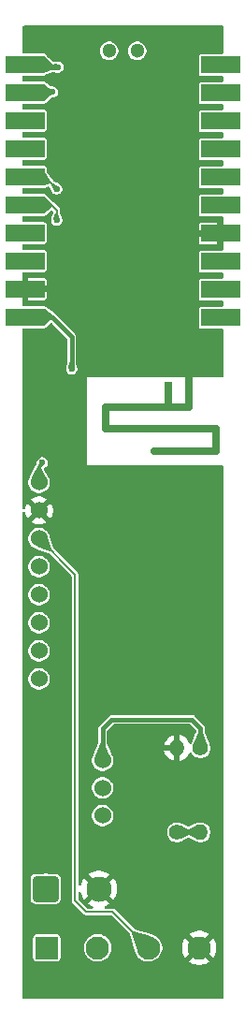
<source format=gbr>
%TF.GenerationSoftware,KiCad,Pcbnew,9.0.0*%
%TF.CreationDate,2025-03-09T20:22:17+09:00*%
%TF.ProjectId,hotdoggu_slimeVR_PCB,686f7464-6f67-4677-955f-736c696d6556,rev?*%
%TF.SameCoordinates,Original*%
%TF.FileFunction,Copper,L1,Top*%
%TF.FilePolarity,Positive*%
%FSLAX46Y46*%
G04 Gerber Fmt 4.6, Leading zero omitted, Abs format (unit mm)*
G04 Created by KiCad (PCBNEW 9.0.0) date 2025-03-09 20:22:17*
%MOMM*%
%LPD*%
G01*
G04 APERTURE LIST*
G04 Aperture macros list*
%AMRoundRect*
0 Rectangle with rounded corners*
0 $1 Rounding radius*
0 $2 $3 $4 $5 $6 $7 $8 $9 X,Y pos of 4 corners*
0 Add a 4 corners polygon primitive as box body*
4,1,4,$2,$3,$4,$5,$6,$7,$8,$9,$2,$3,0*
0 Add four circle primitives for the rounded corners*
1,1,$1+$1,$2,$3*
1,1,$1+$1,$4,$5*
1,1,$1+$1,$6,$7*
1,1,$1+$1,$8,$9*
0 Add four rect primitives between the rounded corners*
20,1,$1+$1,$2,$3,$4,$5,0*
20,1,$1+$1,$4,$5,$6,$7,0*
20,1,$1+$1,$6,$7,$8,$9,0*
20,1,$1+$1,$8,$9,$2,$3,0*%
G04 Aperture macros list end*
%TA.AperFunction,Conductor*%
%ADD10C,0.100000*%
%TD*%
%TA.AperFunction,EtchedComponent*%
%ADD11C,0.700000*%
%TD*%
%TA.AperFunction,ComponentPad*%
%ADD12C,1.400000*%
%TD*%
%TA.AperFunction,ComponentPad*%
%ADD13O,1.400000X1.400000*%
%TD*%
%TA.AperFunction,ComponentPad*%
%ADD14RoundRect,0.250001X-0.899999X-0.899999X0.899999X-0.899999X0.899999X0.899999X-0.899999X0.899999X0*%
%TD*%
%TA.AperFunction,ComponentPad*%
%ADD15C,2.300000*%
%TD*%
%TA.AperFunction,ComponentPad*%
%ADD16C,1.524000*%
%TD*%
%TA.AperFunction,SMDPad,CuDef*%
%ADD17RoundRect,0.080000X-1.670000X-0.720000X1.670000X-0.720000X1.670000X0.720000X-1.670000X0.720000X0*%
%TD*%
%TA.AperFunction,SMDPad,CuDef*%
%ADD18C,1.300000*%
%TD*%
%TA.AperFunction,ComponentPad*%
%ADD19RoundRect,0.250001X-0.799999X-0.799999X0.799999X-0.799999X0.799999X0.799999X-0.799999X0.799999X0*%
%TD*%
%TA.AperFunction,ComponentPad*%
%ADD20C,2.100000*%
%TD*%
%TA.AperFunction,ConnectorPad*%
%ADD21R,0.700000X1.524000*%
%TD*%
%TA.AperFunction,ViaPad*%
%ADD22C,0.600000*%
%TD*%
%TA.AperFunction,Conductor*%
%ADD23C,0.200000*%
%TD*%
%TA.AperFunction,Conductor*%
%ADD24C,0.400000*%
%TD*%
G04 APERTURE END LIST*
%TO.N,GND*%
D10*
X158400000Y-74720000D02*
X162340000Y-74720000D01*
X162340000Y-75320000D01*
X158400000Y-75320000D01*
X158400000Y-74720000D01*
%TA.AperFunction,Conductor*%
G36*
X158400000Y-74720000D02*
G01*
X162340000Y-74720000D01*
X162340000Y-75320000D01*
X158400000Y-75320000D01*
X158400000Y-74720000D01*
G37*
%TD.AperFunction*%
X160750000Y-74920000D02*
X161350000Y-74920000D01*
X161350000Y-75520000D01*
X160750000Y-75520000D01*
X160750000Y-74920000D01*
%TA.AperFunction,Conductor*%
G36*
X160750000Y-74920000D02*
G01*
X161350000Y-74920000D01*
X161350000Y-75520000D01*
X160750000Y-75520000D01*
X160750000Y-74920000D01*
G37*
%TD.AperFunction*%
D11*
%TD*%
%TO.C,\u002A1*%
X153550000Y-78060000D02*
X153550000Y-80060000D01*
%TO.C,\u002A1*%
X159250000Y-76250000D02*
X159250000Y-78060000D01*
X161050000Y-76250000D02*
X161050000Y-78060000D01*
X161050000Y-78060000D02*
X153550000Y-78060000D01*
X163530000Y-80060000D02*
X153559980Y-80060000D01*
X163530000Y-80060000D02*
X163530000Y-82060000D01*
X163530000Y-82060000D02*
X157970000Y-82060000D01*
%TD*%
D12*
%TO.P,R1,1*%
%TO.N,/VBAT_SW*%
X162110000Y-108940000D03*
D13*
%TO.P,R1,2*%
%TO.N,Net-(U1-GPIO0{slash}A0)*%
X162110000Y-116560000D03*
%TD*%
D14*
%TO.P,J2,1,Pin_1*%
%TO.N,+BATT*%
X148108000Y-121666000D03*
D15*
%TO.P,J2,2,Pin_2*%
%TO.N,GND*%
X152908000Y-121666000D03*
%TD*%
D16*
%TO.P,U2,1,VCC*%
%TO.N,+3V3*%
X147500000Y-84902000D03*
%TO.P,U2,2,GND*%
%TO.N,GND*%
X147500000Y-87442000D03*
%TO.P,U2,3,SCL*%
%TO.N,/SCL*%
X147500000Y-89982000D03*
%TO.P,U2,4,SDA*%
%TO.N,/SDA*%
X147500000Y-92522000D03*
%TO.P,U2,5,XDA*%
%TO.N,unconnected-(U2-XDA-Pad5)*%
X147500000Y-95062000D03*
%TO.P,U2,6,XCL*%
%TO.N,unconnected-(U2-XCL-Pad6)*%
X147500000Y-97602000D03*
%TO.P,U2,7,ADD*%
%TO.N,unconnected-(U2-ADD-Pad7)*%
X147500000Y-100142000D03*
%TO.P,U2,8,INT*%
%TO.N,unconnected-(U2-INT-Pad8)*%
X147500000Y-102682000D03*
%TD*%
D17*
%TO.P,U1,1,3V3*%
%TO.N,+3V3*%
X146250000Y-47100000D03*
%TO.P,U1,2,GPIO0/A0*%
%TO.N,Net-(U1-GPIO0{slash}A0)*%
X146250000Y-49640000D03*
%TO.P,U1,3,GPIO1/A1*%
%TO.N,unconnected-(U1-GPIO1{slash}A1-Pad3)*%
X146250000Y-52180000D03*
%TO.P,U1,4,GPIO2/A2*%
%TO.N,unconnected-(U1-GPIO2{slash}A2-Pad4)*%
X146250000Y-54720000D03*
%TO.P,U1,5,GPIO3/A3*%
%TO.N,/SDA*%
X146250000Y-57260000D03*
%TO.P,U1,6,GPIO4/A4*%
%TO.N,/SCL*%
X146250000Y-59800000D03*
%TO.P,U1,7,VUSB*%
%TO.N,unconnected-(U1-VUSB-Pad7)*%
X146250000Y-62340000D03*
%TO.P,U1,8,GPIO9/B*%
%TO.N,unconnected-(U1-GPIO9{slash}B-Pad8)*%
X146250000Y-64880000D03*
%TO.P,U1,9,GND*%
%TO.N,GND*%
X146250000Y-67420000D03*
%TO.P,U1,10,VIN*%
%TO.N,/VBAT_SW*%
X146250000Y-69960000D03*
%TO.P,U1,11,GPIO10/D10*%
%TO.N,unconnected-(U1-GPIO10{slash}D10-Pad11)*%
X163930000Y-47140000D03*
%TO.P,U1,12,GPIO9/D9*%
%TO.N,unconnected-(U1-GPIO9{slash}D9-Pad12)*%
X163930000Y-49680000D03*
%TO.P,U1,13,GPIO8/D8*%
%TO.N,unconnected-(U1-GPIO8{slash}D8-Pad13)*%
X163930000Y-52220000D03*
%TO.P,U1,14,GPIO7/D7*%
%TO.N,unconnected-(U1-GPIO7{slash}D7-Pad14)*%
X163930000Y-54760000D03*
%TO.P,U1,15,GPIO6/D6*%
%TO.N,unconnected-(U1-GPIO6{slash}D6-Pad15)*%
X163930000Y-57300000D03*
%TO.P,U1,16,GPIO5/D5*%
%TO.N,unconnected-(U1-GPIO5{slash}D5-Pad16)*%
X163930000Y-59840000D03*
%TO.P,U1,17,GND*%
%TO.N,GND*%
X163930000Y-62380000D03*
%TO.P,U1,18,RESET*%
%TO.N,unconnected-(U1-RESET-Pad18)*%
X163930000Y-64920000D03*
%TO.P,U1,19,GPIO20/RX*%
%TO.N,unconnected-(U1-GPIO20{slash}RX-Pad19)*%
X163930000Y-67460000D03*
%TO.P,U1,20,GPIO21/TX*%
%TO.N,unconnected-(U1-GPIO21{slash}TX-Pad20)*%
X163930000Y-70000000D03*
D18*
%TO.P,U1,21,USB_D-*%
%TO.N,unconnected-(U1-USB_D--Pad21)*%
X156380000Y-45880000D03*
%TO.P,U1,22,USB_D+*%
%TO.N,unconnected-(U1-USB_D+-Pad22)*%
X153840000Y-45880000D03*
%TD*%
D19*
%TO.P,J1,1,Pin_1*%
%TO.N,/SDA*%
X148210000Y-127000000D03*
D20*
%TO.P,J1,2,Pin_2*%
%TO.N,+3V3*%
X152810000Y-127000000D03*
%TO.P,J1,3,Pin_3*%
%TO.N,/SCL*%
X157410000Y-127000000D03*
%TO.P,J1,4,Pin_4*%
%TO.N,GND*%
X162010000Y-127000000D03*
%TD*%
D21*
%TO.P,\u002A1,1,GND*%
%TO.N,GND*%
X161050000Y-76250000D03*
%TO.P,\u002A1,2,ANT*%
%TO.N,unconnected-(\u002A1-ANT-Pad2)*%
X159250000Y-76560000D03*
%TD*%
D16*
%TO.P,SW1,1,B*%
%TO.N,unconnected-(SW1-B-Pad1)*%
X153250000Y-115043000D03*
%TO.P,SW1,2,C*%
%TO.N,+BATT*%
X153250000Y-112543000D03*
%TO.P,SW1,3,A*%
%TO.N,/VBAT_SW*%
X153250000Y-110043000D03*
%TD*%
D12*
%TO.P,R2,1*%
%TO.N,Net-(U1-GPIO0{slash}A0)*%
X160000000Y-116560000D03*
D13*
%TO.P,R2,2*%
%TO.N,GND*%
X160000000Y-108940000D03*
%TD*%
D22*
%TO.N,/SCL*%
X149110000Y-61190000D03*
%TO.N,/SDA*%
X149110000Y-58370000D03*
%TO.N,+3V3*%
X149220000Y-47340000D03*
X147810000Y-83120000D03*
%TO.N,/VBAT_SW*%
X150460000Y-74645000D03*
%TO.N,Net-(U1-GPIO0{slash}A0)*%
X148720000Y-49590000D03*
%TD*%
D23*
%TO.N,/SCL*%
X150750000Y-93232000D02*
X150750000Y-122750000D01*
X149110000Y-61190000D02*
X149110000Y-60290000D01*
X149110000Y-60290000D02*
X148620000Y-59800000D01*
X147500000Y-89982000D02*
X150750000Y-93232000D01*
X157410000Y-127000000D02*
X157500000Y-126910000D01*
X151750000Y-123750000D02*
X154160000Y-123750000D01*
X154160000Y-123750000D02*
X157410000Y-127000000D01*
X148620000Y-59800000D02*
X146250000Y-59800000D01*
X150750000Y-122750000D02*
X151750000Y-123750000D01*
%TO.N,/SDA*%
X149110000Y-58370000D02*
X148000000Y-57260000D01*
X148000000Y-57260000D02*
X146250000Y-57260000D01*
D24*
%TO.N,+3V3*%
X146490000Y-47340000D02*
X146411000Y-47261000D01*
D23*
X147500000Y-83430000D02*
X147810000Y-83120000D01*
X147500000Y-84902000D02*
X147500000Y-83430000D01*
D24*
X146411000Y-47261000D02*
X146411000Y-47100000D01*
X149220000Y-47340000D02*
X146490000Y-47340000D01*
D23*
%TO.N,GND*%
X163930000Y-62380000D02*
X163820000Y-62380000D01*
X163820000Y-62380000D02*
X163790000Y-62350000D01*
D24*
%TO.N,+BATT*%
X148108000Y-120655000D02*
X148108000Y-121666000D01*
%TO.N,/VBAT_SW*%
X153250000Y-110043000D02*
X153250000Y-107175000D01*
X162110000Y-107110000D02*
X162110000Y-108940000D01*
D23*
X146812000Y-70272000D02*
X146500000Y-69960000D01*
D24*
X154085000Y-106340000D02*
X161340000Y-106340000D01*
X150460000Y-74645000D02*
X150460000Y-71710000D01*
X161340000Y-106340000D02*
X162110000Y-107110000D01*
X148710000Y-69960000D02*
X146500000Y-69960000D01*
X150460000Y-71710000D02*
X148710000Y-69960000D01*
X153250000Y-107175000D02*
X154085000Y-106340000D01*
D23*
%TO.N,Net-(U1-GPIO0{slash}A0)*%
X146311000Y-49590000D02*
X146311000Y-49640000D01*
X148720000Y-49590000D02*
X146311000Y-49590000D01*
X160000000Y-116560000D02*
X162110000Y-116560000D01*
%TD*%
%TA.AperFunction,Conductor*%
%TO.N,Net-(U1-GPIO0{slash}A0)*%
G36*
X147982192Y-48868170D02*
G01*
X148715840Y-49486494D01*
X148719958Y-49494445D01*
X148720000Y-49495439D01*
X148720000Y-49685056D01*
X148716573Y-49693329D01*
X148716454Y-49693446D01*
X147989920Y-50399552D01*
X147981599Y-50402861D01*
X147977047Y-50401868D01*
X146273046Y-49650601D01*
X146266859Y-49644129D01*
X146267061Y-49635176D01*
X146272970Y-49629225D01*
X147969859Y-48866446D01*
X147978809Y-48866180D01*
X147982192Y-48868170D01*
G37*
%TD.AperFunction*%
%TD*%
%TA.AperFunction,Conductor*%
%TO.N,/VBAT_SW*%
G36*
X150658452Y-74054191D02*
G01*
X150661702Y-74060437D01*
X150752259Y-74575239D01*
X150750317Y-74583981D01*
X150743056Y-74588734D01*
X150462320Y-74645530D01*
X150457680Y-74645530D01*
X150176943Y-74588734D01*
X150169514Y-74583734D01*
X150167740Y-74575239D01*
X150258298Y-74060437D01*
X150263106Y-74052883D01*
X150269821Y-74050764D01*
X150650179Y-74050764D01*
X150658452Y-74054191D01*
G37*
%TD.AperFunction*%
%TD*%
%TA.AperFunction,Conductor*%
%TO.N,+3V3*%
G36*
X147805209Y-83118063D02*
G01*
X147812671Y-83123014D01*
X147812704Y-83123064D01*
X147969747Y-83359038D01*
X147971478Y-83367824D01*
X147966489Y-83375260D01*
X147965835Y-83375665D01*
X147636431Y-83564900D01*
X147605966Y-83582402D01*
X147602707Y-83584274D01*
X147596879Y-83585829D01*
X147414565Y-83585829D01*
X147406292Y-83582402D01*
X147402865Y-83574129D01*
X147403140Y-83571607D01*
X147419006Y-83499738D01*
X147513302Y-83072623D01*
X147518431Y-83065285D01*
X147526970Y-83063664D01*
X147805209Y-83118063D01*
G37*
%TD.AperFunction*%
%TD*%
%TA.AperFunction,Conductor*%
%TO.N,Net-(U1-GPIO0{slash}A0)*%
G36*
X161726758Y-115986416D02*
G01*
X162106637Y-116553488D01*
X162108395Y-116562269D01*
X162106637Y-116566512D01*
X161726758Y-117133583D01*
X161719307Y-117138549D01*
X161711948Y-117137606D01*
X160730060Y-116663193D01*
X160724102Y-116656508D01*
X160723450Y-116652658D01*
X160723450Y-116467341D01*
X160726877Y-116459068D01*
X160730058Y-116456806D01*
X161711948Y-115982392D01*
X161720888Y-115981880D01*
X161726758Y-115986416D01*
G37*
%TD.AperFunction*%
%TD*%
%TA.AperFunction,Conductor*%
%TO.N,/VBAT_SW*%
G36*
X162310272Y-107556877D02*
G01*
X162312902Y-107560906D01*
X162791497Y-108790457D01*
X162791305Y-108799410D01*
X162784838Y-108805604D01*
X162782893Y-108806173D01*
X162112299Y-108940539D01*
X162107701Y-108940539D01*
X161437106Y-108806173D01*
X161429668Y-108801188D01*
X161427933Y-108792402D01*
X161428502Y-108790457D01*
X161907098Y-107560906D01*
X161913292Y-107554439D01*
X161918001Y-107553450D01*
X162301999Y-107553450D01*
X162310272Y-107556877D01*
G37*
%TD.AperFunction*%
%TD*%
%TA.AperFunction,Conductor*%
%TO.N,GND*%
G36*
X152395482Y-121878292D02*
G01*
X152467890Y-122003708D01*
X152570292Y-122106110D01*
X152695708Y-122178518D01*
X152737765Y-122189787D01*
X151931505Y-122996046D01*
X151931506Y-122996048D01*
X152043208Y-123077203D01*
X152274622Y-123195116D01*
X152312948Y-123207569D01*
X152370623Y-123247006D01*
X152397822Y-123311365D01*
X152385908Y-123380211D01*
X152338664Y-123431687D01*
X152274630Y-123449500D01*
X151925833Y-123449500D01*
X151858794Y-123429815D01*
X151838152Y-123413181D01*
X151086819Y-122661848D01*
X151053334Y-122600525D01*
X151050500Y-122574167D01*
X151050500Y-122061319D01*
X151070185Y-121994280D01*
X151122989Y-121948525D01*
X151192147Y-121938581D01*
X151255703Y-121967606D01*
X151293477Y-122026384D01*
X151296973Y-122041922D01*
X151298628Y-122052376D01*
X151378883Y-122299377D01*
X151496796Y-122530791D01*
X151577951Y-122642492D01*
X151577952Y-122642493D01*
X152384212Y-121836233D01*
X152395482Y-121878292D01*
G37*
%TD.AperFunction*%
%TA.AperFunction,Conductor*%
G36*
X164152539Y-43610185D02*
G01*
X164198294Y-43662989D01*
X164209500Y-43714500D01*
X164209500Y-46015500D01*
X164189815Y-46082539D01*
X164137011Y-46128294D01*
X164085500Y-46139500D01*
X162218118Y-46139500D01*
X162194666Y-46142221D01*
X162194664Y-46142221D01*
X162098732Y-46184580D01*
X162024580Y-46258732D01*
X161982221Y-46354664D01*
X161982221Y-46354666D01*
X161979500Y-46378118D01*
X161979500Y-47901881D01*
X161982221Y-47925333D01*
X161982221Y-47925335D01*
X162006918Y-47981267D01*
X162024580Y-48021267D01*
X162098733Y-48095420D01*
X162194667Y-48137779D01*
X162218120Y-48140500D01*
X164085500Y-48140500D01*
X164152539Y-48160185D01*
X164198294Y-48212989D01*
X164209500Y-48264500D01*
X164209500Y-48555500D01*
X164189815Y-48622539D01*
X164137011Y-48668294D01*
X164085500Y-48679500D01*
X162218118Y-48679500D01*
X162194666Y-48682221D01*
X162194664Y-48682221D01*
X162098732Y-48724580D01*
X162024580Y-48798732D01*
X161982221Y-48894664D01*
X161982221Y-48894666D01*
X161979500Y-48918118D01*
X161979500Y-50441881D01*
X161982221Y-50465333D01*
X161982221Y-50465335D01*
X162006918Y-50521267D01*
X162024580Y-50561267D01*
X162098733Y-50635420D01*
X162194667Y-50677779D01*
X162218120Y-50680500D01*
X164085500Y-50680500D01*
X164152539Y-50700185D01*
X164198294Y-50752989D01*
X164209500Y-50804500D01*
X164209500Y-51095500D01*
X164189815Y-51162539D01*
X164137011Y-51208294D01*
X164085500Y-51219500D01*
X162218118Y-51219500D01*
X162194666Y-51222221D01*
X162194664Y-51222221D01*
X162098732Y-51264580D01*
X162024580Y-51338732D01*
X161982221Y-51434664D01*
X161982221Y-51434666D01*
X161979500Y-51458118D01*
X161979500Y-52981881D01*
X161982221Y-53005333D01*
X161982221Y-53005335D01*
X162006918Y-53061267D01*
X162024580Y-53101267D01*
X162098733Y-53175420D01*
X162194667Y-53217779D01*
X162218120Y-53220500D01*
X164085500Y-53220500D01*
X164152539Y-53240185D01*
X164198294Y-53292989D01*
X164209500Y-53344500D01*
X164209500Y-53635500D01*
X164189815Y-53702539D01*
X164137011Y-53748294D01*
X164085500Y-53759500D01*
X162218118Y-53759500D01*
X162194666Y-53762221D01*
X162194664Y-53762221D01*
X162098732Y-53804580D01*
X162024580Y-53878732D01*
X161982221Y-53974664D01*
X161982221Y-53974666D01*
X161979500Y-53998118D01*
X161979500Y-55521881D01*
X161982221Y-55545333D01*
X161982221Y-55545335D01*
X162006918Y-55601267D01*
X162024580Y-55641267D01*
X162098733Y-55715420D01*
X162194667Y-55757779D01*
X162218120Y-55760500D01*
X164085500Y-55760500D01*
X164152539Y-55780185D01*
X164198294Y-55832989D01*
X164209500Y-55884500D01*
X164209500Y-56175500D01*
X164189815Y-56242539D01*
X164137011Y-56288294D01*
X164085500Y-56299500D01*
X162218118Y-56299500D01*
X162194666Y-56302221D01*
X162194664Y-56302221D01*
X162098732Y-56344580D01*
X162024580Y-56418732D01*
X161982221Y-56514664D01*
X161982221Y-56514666D01*
X161979500Y-56538118D01*
X161979500Y-58061881D01*
X161982221Y-58085333D01*
X161982221Y-58085335D01*
X162006918Y-58141267D01*
X162024580Y-58181267D01*
X162098733Y-58255420D01*
X162194667Y-58297779D01*
X162218120Y-58300500D01*
X164085500Y-58300500D01*
X164152539Y-58320185D01*
X164198294Y-58372989D01*
X164209500Y-58424500D01*
X164209500Y-58715500D01*
X164189815Y-58782539D01*
X164137011Y-58828294D01*
X164085500Y-58839500D01*
X162218118Y-58839500D01*
X162194666Y-58842221D01*
X162194664Y-58842221D01*
X162098732Y-58884580D01*
X162024580Y-58958732D01*
X161982221Y-59054664D01*
X161982221Y-59054666D01*
X161979500Y-59078118D01*
X161979500Y-60601881D01*
X161982221Y-60625333D01*
X161982221Y-60625335D01*
X162006918Y-60681267D01*
X162024580Y-60721267D01*
X162098733Y-60795420D01*
X162194667Y-60837779D01*
X162218120Y-60840500D01*
X164085500Y-60840500D01*
X164152539Y-60860185D01*
X164198294Y-60912989D01*
X164209500Y-60964500D01*
X164209500Y-63795500D01*
X164189815Y-63862539D01*
X164137011Y-63908294D01*
X164085500Y-63919500D01*
X162218118Y-63919500D01*
X162194666Y-63922221D01*
X162194664Y-63922221D01*
X162098732Y-63964580D01*
X162024580Y-64038732D01*
X161982221Y-64134664D01*
X161982221Y-64134666D01*
X161979500Y-64158118D01*
X161979500Y-65681881D01*
X161982221Y-65705333D01*
X161982221Y-65705335D01*
X162006918Y-65761267D01*
X162024580Y-65801267D01*
X162098733Y-65875420D01*
X162194667Y-65917779D01*
X162218120Y-65920500D01*
X164085500Y-65920500D01*
X164152539Y-65940185D01*
X164198294Y-65992989D01*
X164209500Y-66044500D01*
X164209500Y-66335500D01*
X164189815Y-66402539D01*
X164137011Y-66448294D01*
X164085500Y-66459500D01*
X162218118Y-66459500D01*
X162194666Y-66462221D01*
X162194664Y-66462221D01*
X162098732Y-66504580D01*
X162024580Y-66578732D01*
X161982221Y-66674664D01*
X161982221Y-66674666D01*
X161979500Y-66698118D01*
X161979500Y-68221881D01*
X161982221Y-68245333D01*
X161982221Y-68245335D01*
X162006791Y-68300979D01*
X162024580Y-68341267D01*
X162098733Y-68415420D01*
X162194667Y-68457779D01*
X162218120Y-68460500D01*
X164085500Y-68460500D01*
X164152539Y-68480185D01*
X164198294Y-68532989D01*
X164209500Y-68584500D01*
X164209500Y-68875500D01*
X164189815Y-68942539D01*
X164137011Y-68988294D01*
X164085500Y-68999500D01*
X162218118Y-68999500D01*
X162194666Y-69002221D01*
X162194664Y-69002221D01*
X162098732Y-69044580D01*
X162024580Y-69118732D01*
X161982221Y-69214664D01*
X161982221Y-69214666D01*
X161979500Y-69238118D01*
X161979500Y-70761881D01*
X161982221Y-70785333D01*
X161982221Y-70785335D01*
X162006918Y-70841267D01*
X162024580Y-70881267D01*
X162098733Y-70955420D01*
X162194667Y-70997779D01*
X162218120Y-71000500D01*
X164085500Y-71000500D01*
X164152539Y-71020185D01*
X164198294Y-71072989D01*
X164209500Y-71124500D01*
X164209500Y-75236000D01*
X164189815Y-75303039D01*
X164137011Y-75348794D01*
X164085500Y-75360000D01*
X161972001Y-75360000D01*
X161904962Y-75340315D01*
X161859207Y-75287511D01*
X161855820Y-75279335D01*
X161843352Y-75245909D01*
X161843351Y-75245907D01*
X161757190Y-75130812D01*
X161757187Y-75130809D01*
X161642093Y-75044649D01*
X161642086Y-75044645D01*
X161507379Y-74994403D01*
X161507372Y-74994401D01*
X161447844Y-74988000D01*
X161300000Y-74988000D01*
X161300000Y-75585468D01*
X161280315Y-75652507D01*
X161227511Y-75698262D01*
X161158353Y-75708206D01*
X161143910Y-75705243D01*
X161122475Y-75699500D01*
X160977525Y-75699500D01*
X160956092Y-75705242D01*
X160886243Y-75703580D01*
X160828381Y-75664417D01*
X160800877Y-75600189D01*
X160800000Y-75585468D01*
X160800000Y-74988000D01*
X160652155Y-74988000D01*
X160592627Y-74994401D01*
X160592620Y-74994403D01*
X160457913Y-75044645D01*
X160457906Y-75044649D01*
X160342812Y-75130809D01*
X160342809Y-75130812D01*
X160256648Y-75245907D01*
X160256647Y-75245909D01*
X160244180Y-75279335D01*
X160202308Y-75335268D01*
X160136843Y-75359684D01*
X160127999Y-75360000D01*
X151840000Y-75360000D01*
X151840000Y-83360000D01*
X164085500Y-83360000D01*
X164152539Y-83379685D01*
X164198294Y-83432489D01*
X164209500Y-83484000D01*
X164209500Y-131465500D01*
X164189815Y-131532539D01*
X164137011Y-131578294D01*
X164085500Y-131589500D01*
X146134500Y-131589500D01*
X146067461Y-131569815D01*
X146021706Y-131517011D01*
X146010500Y-131465500D01*
X146010500Y-126145731D01*
X146959500Y-126145731D01*
X146959500Y-127854258D01*
X146962354Y-127884698D01*
X146962354Y-127884699D01*
X147007206Y-128012881D01*
X147007207Y-128012882D01*
X147087850Y-128122150D01*
X147197118Y-128202793D01*
X147325302Y-128247646D01*
X147325301Y-128247646D01*
X147329271Y-128248018D01*
X147355735Y-128250500D01*
X149064264Y-128250499D01*
X149094698Y-128247646D01*
X149222882Y-128202793D01*
X149332150Y-128122150D01*
X149412793Y-128012882D01*
X149457646Y-127884698D01*
X149460500Y-127854265D01*
X149460499Y-126901577D01*
X151559500Y-126901577D01*
X151559500Y-127098422D01*
X151590290Y-127292826D01*
X151651117Y-127480029D01*
X151709697Y-127594998D01*
X151740476Y-127655405D01*
X151856172Y-127814646D01*
X151995354Y-127953828D01*
X152154595Y-128069524D01*
X152237455Y-128111743D01*
X152329970Y-128158882D01*
X152329972Y-128158882D01*
X152329975Y-128158884D01*
X152430317Y-128191487D01*
X152517173Y-128219709D01*
X152711578Y-128250500D01*
X152711583Y-128250500D01*
X152908422Y-128250500D01*
X153102826Y-128219709D01*
X153290025Y-128158884D01*
X153465405Y-128069524D01*
X153624646Y-127953828D01*
X153763828Y-127814646D01*
X153879524Y-127655405D01*
X153968884Y-127480025D01*
X154029709Y-127292826D01*
X154035383Y-127257001D01*
X154060500Y-127098422D01*
X154060500Y-126901577D01*
X154029709Y-126707173D01*
X153968882Y-126519970D01*
X153879523Y-126344594D01*
X153763828Y-126185354D01*
X153624646Y-126046172D01*
X153465405Y-125930476D01*
X153404195Y-125899288D01*
X153290029Y-125841117D01*
X153102826Y-125780290D01*
X152908422Y-125749500D01*
X152908417Y-125749500D01*
X152711583Y-125749500D01*
X152711578Y-125749500D01*
X152517173Y-125780290D01*
X152329970Y-125841117D01*
X152154594Y-125930476D01*
X152076634Y-125987118D01*
X151995354Y-126046172D01*
X151995352Y-126046174D01*
X151995351Y-126046174D01*
X151856174Y-126185351D01*
X151856174Y-126185352D01*
X151856172Y-126185354D01*
X151806485Y-126253741D01*
X151740476Y-126344594D01*
X151651117Y-126519970D01*
X151590290Y-126707173D01*
X151559500Y-126901577D01*
X149460499Y-126901577D01*
X149460499Y-126145736D01*
X149457646Y-126115302D01*
X149412793Y-125987118D01*
X149332150Y-125877850D01*
X149222882Y-125797207D01*
X149222881Y-125797206D01*
X149094695Y-125752353D01*
X149094698Y-125752353D01*
X149064268Y-125749500D01*
X147355741Y-125749500D01*
X147325301Y-125752354D01*
X147325300Y-125752354D01*
X147197118Y-125797206D01*
X147087850Y-125877850D01*
X147007206Y-125987118D01*
X146962353Y-126115302D01*
X146959500Y-126145731D01*
X146010500Y-126145731D01*
X146010500Y-120711731D01*
X146757500Y-120711731D01*
X146757500Y-122620258D01*
X146760354Y-122650698D01*
X146760354Y-122650699D01*
X146805206Y-122778881D01*
X146805207Y-122778882D01*
X146885850Y-122888150D01*
X146995118Y-122968793D01*
X147123302Y-123013646D01*
X147123301Y-123013646D01*
X147127271Y-123014018D01*
X147153735Y-123016500D01*
X149062264Y-123016499D01*
X149092698Y-123013646D01*
X149220882Y-122968793D01*
X149330150Y-122888150D01*
X149410793Y-122778882D01*
X149455646Y-122650698D01*
X149458500Y-122620265D01*
X149458499Y-120711736D01*
X149455646Y-120681302D01*
X149410793Y-120553118D01*
X149330150Y-120443850D01*
X149220882Y-120363207D01*
X149220881Y-120363206D01*
X149092695Y-120318353D01*
X149092698Y-120318353D01*
X149062269Y-120315500D01*
X149062265Y-120315500D01*
X148354196Y-120315500D01*
X148292198Y-120298888D01*
X148262591Y-120281795D01*
X148262589Y-120281794D01*
X148262587Y-120281793D01*
X148160727Y-120254500D01*
X148055273Y-120254500D01*
X147953413Y-120281793D01*
X147953411Y-120281793D01*
X147953411Y-120281794D01*
X147923801Y-120298889D01*
X147861804Y-120315500D01*
X147153741Y-120315500D01*
X147123301Y-120318354D01*
X147123300Y-120318354D01*
X146995118Y-120363206D01*
X146885850Y-120443850D01*
X146805206Y-120553118D01*
X146760353Y-120681302D01*
X146757500Y-120711731D01*
X146010500Y-120711731D01*
X146010500Y-102587197D01*
X146537500Y-102587197D01*
X146537500Y-102776802D01*
X146574486Y-102962743D01*
X146574488Y-102962751D01*
X146647042Y-103137912D01*
X146752377Y-103295558D01*
X146886441Y-103429622D01*
X146991300Y-103499686D01*
X147044085Y-103534956D01*
X147219249Y-103607512D01*
X147405197Y-103644499D01*
X147405201Y-103644500D01*
X147405202Y-103644500D01*
X147594799Y-103644500D01*
X147594800Y-103644499D01*
X147780751Y-103607512D01*
X147955915Y-103534956D01*
X148113558Y-103429622D01*
X148247622Y-103295558D01*
X148352956Y-103137915D01*
X148425512Y-102962751D01*
X148462500Y-102776798D01*
X148462500Y-102587202D01*
X148425512Y-102401249D01*
X148352956Y-102226085D01*
X148317686Y-102173300D01*
X148247622Y-102068441D01*
X148113558Y-101934377D01*
X147955912Y-101829042D01*
X147780751Y-101756488D01*
X147780743Y-101756486D01*
X147594802Y-101719500D01*
X147594798Y-101719500D01*
X147405202Y-101719500D01*
X147405197Y-101719500D01*
X147219256Y-101756486D01*
X147219248Y-101756488D01*
X147044087Y-101829042D01*
X146886441Y-101934377D01*
X146752377Y-102068441D01*
X146647042Y-102226087D01*
X146574488Y-102401248D01*
X146574486Y-102401256D01*
X146537500Y-102587197D01*
X146010500Y-102587197D01*
X146010500Y-100047197D01*
X146537500Y-100047197D01*
X146537500Y-100236802D01*
X146574486Y-100422743D01*
X146574488Y-100422751D01*
X146647042Y-100597912D01*
X146752377Y-100755558D01*
X146886441Y-100889622D01*
X146991300Y-100959686D01*
X147044085Y-100994956D01*
X147219249Y-101067512D01*
X147405197Y-101104499D01*
X147405201Y-101104500D01*
X147405202Y-101104500D01*
X147594799Y-101104500D01*
X147594800Y-101104499D01*
X147780751Y-101067512D01*
X147955915Y-100994956D01*
X148113558Y-100889622D01*
X148247622Y-100755558D01*
X148352956Y-100597915D01*
X148425512Y-100422751D01*
X148462500Y-100236798D01*
X148462500Y-100047202D01*
X148425512Y-99861249D01*
X148352956Y-99686085D01*
X148317686Y-99633300D01*
X148247622Y-99528441D01*
X148113558Y-99394377D01*
X147955912Y-99289042D01*
X147780751Y-99216488D01*
X147780743Y-99216486D01*
X147594802Y-99179500D01*
X147594798Y-99179500D01*
X147405202Y-99179500D01*
X147405197Y-99179500D01*
X147219256Y-99216486D01*
X147219248Y-99216488D01*
X147044087Y-99289042D01*
X146886441Y-99394377D01*
X146752377Y-99528441D01*
X146647042Y-99686087D01*
X146574488Y-99861248D01*
X146574486Y-99861256D01*
X146537500Y-100047197D01*
X146010500Y-100047197D01*
X146010500Y-97507197D01*
X146537500Y-97507197D01*
X146537500Y-97696802D01*
X146574486Y-97882743D01*
X146574488Y-97882751D01*
X146647042Y-98057912D01*
X146752377Y-98215558D01*
X146886441Y-98349622D01*
X146991300Y-98419686D01*
X147044085Y-98454956D01*
X147219249Y-98527512D01*
X147405197Y-98564499D01*
X147405201Y-98564500D01*
X147405202Y-98564500D01*
X147594799Y-98564500D01*
X147594800Y-98564499D01*
X147780751Y-98527512D01*
X147955915Y-98454956D01*
X148113558Y-98349622D01*
X148247622Y-98215558D01*
X148352956Y-98057915D01*
X148425512Y-97882751D01*
X148462500Y-97696798D01*
X148462500Y-97507202D01*
X148425512Y-97321249D01*
X148352956Y-97146085D01*
X148317686Y-97093300D01*
X148247622Y-96988441D01*
X148113558Y-96854377D01*
X147955912Y-96749042D01*
X147780751Y-96676488D01*
X147780743Y-96676486D01*
X147594802Y-96639500D01*
X147594798Y-96639500D01*
X147405202Y-96639500D01*
X147405197Y-96639500D01*
X147219256Y-96676486D01*
X147219248Y-96676488D01*
X147044087Y-96749042D01*
X146886441Y-96854377D01*
X146752377Y-96988441D01*
X146647042Y-97146087D01*
X146574488Y-97321248D01*
X146574486Y-97321256D01*
X146537500Y-97507197D01*
X146010500Y-97507197D01*
X146010500Y-94967197D01*
X146537500Y-94967197D01*
X146537500Y-95156802D01*
X146574486Y-95342743D01*
X146574488Y-95342751D01*
X146647042Y-95517912D01*
X146752377Y-95675558D01*
X146886441Y-95809622D01*
X146991300Y-95879686D01*
X147044085Y-95914956D01*
X147219249Y-95987512D01*
X147405197Y-96024499D01*
X147405201Y-96024500D01*
X147405202Y-96024500D01*
X147594799Y-96024500D01*
X147594800Y-96024499D01*
X147780751Y-95987512D01*
X147955915Y-95914956D01*
X148113558Y-95809622D01*
X148247622Y-95675558D01*
X148352956Y-95517915D01*
X148425512Y-95342751D01*
X148462500Y-95156798D01*
X148462500Y-94967202D01*
X148425512Y-94781249D01*
X148352956Y-94606085D01*
X148317686Y-94553300D01*
X148247622Y-94448441D01*
X148113558Y-94314377D01*
X147955912Y-94209042D01*
X147780751Y-94136488D01*
X147780743Y-94136486D01*
X147594802Y-94099500D01*
X147594798Y-94099500D01*
X147405202Y-94099500D01*
X147405197Y-94099500D01*
X147219256Y-94136486D01*
X147219248Y-94136488D01*
X147044087Y-94209042D01*
X146886441Y-94314377D01*
X146752377Y-94448441D01*
X146647042Y-94606087D01*
X146574488Y-94781248D01*
X146574486Y-94781256D01*
X146537500Y-94967197D01*
X146010500Y-94967197D01*
X146010500Y-92427197D01*
X146537500Y-92427197D01*
X146537500Y-92616802D01*
X146574486Y-92802743D01*
X146574488Y-92802751D01*
X146647042Y-92977912D01*
X146752377Y-93135558D01*
X146886441Y-93269622D01*
X146962065Y-93320152D01*
X147044085Y-93374956D01*
X147219249Y-93447512D01*
X147405197Y-93484499D01*
X147405201Y-93484500D01*
X147405202Y-93484500D01*
X147594799Y-93484500D01*
X147594800Y-93484499D01*
X147780751Y-93447512D01*
X147955915Y-93374956D01*
X148113558Y-93269622D01*
X148247622Y-93135558D01*
X148352956Y-92977915D01*
X148425512Y-92802751D01*
X148462500Y-92616798D01*
X148462500Y-92427202D01*
X148425512Y-92241249D01*
X148352956Y-92066085D01*
X148317686Y-92013300D01*
X148247622Y-91908441D01*
X148113558Y-91774377D01*
X147955912Y-91669042D01*
X147780751Y-91596488D01*
X147780743Y-91596486D01*
X147594802Y-91559500D01*
X147594798Y-91559500D01*
X147405202Y-91559500D01*
X147405197Y-91559500D01*
X147219256Y-91596486D01*
X147219248Y-91596488D01*
X147044087Y-91669042D01*
X146886441Y-91774377D01*
X146752377Y-91908441D01*
X146647042Y-92066087D01*
X146574488Y-92241248D01*
X146574486Y-92241256D01*
X146537500Y-92427197D01*
X146010500Y-92427197D01*
X146010500Y-89887197D01*
X146537500Y-89887197D01*
X146537500Y-90076802D01*
X146574486Y-90262743D01*
X146574488Y-90262751D01*
X146647042Y-90437912D01*
X146752377Y-90595558D01*
X146886441Y-90729622D01*
X146991300Y-90799686D01*
X147044085Y-90834956D01*
X147219249Y-90907512D01*
X147262469Y-90916108D01*
X147289625Y-90924857D01*
X147294679Y-90927156D01*
X147294680Y-90927156D01*
X147294685Y-90927159D01*
X148368486Y-91293426D01*
X148416135Y-91323106D01*
X150413181Y-93320152D01*
X150446666Y-93381475D01*
X150449500Y-93407833D01*
X150449500Y-122789562D01*
X150469979Y-122865989D01*
X150482772Y-122888146D01*
X150482773Y-122888150D01*
X150482774Y-122888150D01*
X150509540Y-122934511D01*
X151565489Y-123990460D01*
X151634012Y-124030022D01*
X151710438Y-124050500D01*
X151789562Y-124050500D01*
X153984167Y-124050500D01*
X154051206Y-124070185D01*
X154071848Y-124086819D01*
X155697241Y-125712212D01*
X155728218Y-125763890D01*
X156180449Y-127254369D01*
X156181502Y-127257001D01*
X156188835Y-127283634D01*
X156190291Y-127292826D01*
X156251117Y-127480029D01*
X156309697Y-127594998D01*
X156340476Y-127655405D01*
X156456172Y-127814646D01*
X156595354Y-127953828D01*
X156754595Y-128069524D01*
X156837455Y-128111743D01*
X156929970Y-128158882D01*
X156929972Y-128158882D01*
X156929975Y-128158884D01*
X157030317Y-128191487D01*
X157117173Y-128219709D01*
X157311578Y-128250500D01*
X157311583Y-128250500D01*
X157508422Y-128250500D01*
X157702826Y-128219709D01*
X157890025Y-128158884D01*
X158065405Y-128069524D01*
X158224646Y-127953828D01*
X158363828Y-127814646D01*
X158479524Y-127655405D01*
X158568884Y-127480025D01*
X158629709Y-127292826D01*
X158635383Y-127257001D01*
X158660500Y-127098422D01*
X158660500Y-126901580D01*
X158659068Y-126892540D01*
X158659068Y-126892538D01*
X158656766Y-126878006D01*
X160460000Y-126878006D01*
X160460000Y-127121993D01*
X160498165Y-127362959D01*
X160573560Y-127594998D01*
X160684323Y-127812380D01*
X160751543Y-127904901D01*
X160751544Y-127904902D01*
X161486212Y-127170234D01*
X161497482Y-127212292D01*
X161569890Y-127337708D01*
X161672292Y-127440110D01*
X161797708Y-127512518D01*
X161839765Y-127523787D01*
X161105096Y-128258454D01*
X161105097Y-128258456D01*
X161197619Y-128325676D01*
X161415001Y-128436439D01*
X161647040Y-128511834D01*
X161888007Y-128550000D01*
X162131993Y-128550000D01*
X162372959Y-128511834D01*
X162604998Y-128436439D01*
X162822377Y-128325678D01*
X162914901Y-128258454D01*
X162914902Y-128258454D01*
X162180234Y-127523787D01*
X162222292Y-127512518D01*
X162347708Y-127440110D01*
X162450110Y-127337708D01*
X162522518Y-127212292D01*
X162533787Y-127170234D01*
X163268454Y-127904902D01*
X163268454Y-127904901D01*
X163335678Y-127812377D01*
X163446439Y-127594998D01*
X163521834Y-127362959D01*
X163560000Y-127121993D01*
X163560000Y-126878006D01*
X163521834Y-126637040D01*
X163446439Y-126405001D01*
X163335676Y-126187619D01*
X163268456Y-126095097D01*
X163268454Y-126095096D01*
X162533787Y-126829764D01*
X162522518Y-126787708D01*
X162450110Y-126662292D01*
X162347708Y-126559890D01*
X162222292Y-126487482D01*
X162180233Y-126476212D01*
X162914902Y-125741544D01*
X162914901Y-125741543D01*
X162822380Y-125674323D01*
X162604998Y-125563560D01*
X162372959Y-125488165D01*
X162131993Y-125450000D01*
X161888007Y-125450000D01*
X161647040Y-125488165D01*
X161415001Y-125563560D01*
X161197626Y-125674319D01*
X161105097Y-125741544D01*
X161839766Y-126476212D01*
X161797708Y-126487482D01*
X161672292Y-126559890D01*
X161569890Y-126662292D01*
X161497482Y-126787708D01*
X161486212Y-126829765D01*
X160751544Y-126095097D01*
X160684319Y-126187626D01*
X160573560Y-126405001D01*
X160498165Y-126637040D01*
X160460000Y-126878006D01*
X158656766Y-126878006D01*
X158629709Y-126707173D01*
X158568882Y-126519970D01*
X158479523Y-126344594D01*
X158363828Y-126185354D01*
X158224646Y-126046172D01*
X158065405Y-125930476D01*
X157890025Y-125841116D01*
X157702826Y-125780291D01*
X157693520Y-125778817D01*
X157665464Y-125770903D01*
X157664372Y-125770450D01*
X156173890Y-125318218D01*
X156122212Y-125287241D01*
X154344512Y-123509541D01*
X154344504Y-123509535D01*
X154275995Y-123469982D01*
X154275990Y-123469979D01*
X154250513Y-123463152D01*
X154199562Y-123449500D01*
X154199560Y-123449500D01*
X153541370Y-123449500D01*
X153474331Y-123429815D01*
X153428576Y-123377011D01*
X153418632Y-123307853D01*
X153447657Y-123244297D01*
X153503052Y-123207569D01*
X153541377Y-123195116D01*
X153772788Y-123077205D01*
X153884492Y-122996046D01*
X153884493Y-122996046D01*
X153078233Y-122189787D01*
X153120292Y-122178518D01*
X153245708Y-122106110D01*
X153348110Y-122003708D01*
X153420518Y-121878292D01*
X153431787Y-121836234D01*
X154238046Y-122642493D01*
X154238046Y-122642492D01*
X154319205Y-122530788D01*
X154437116Y-122299377D01*
X154517370Y-122052377D01*
X154558000Y-121795857D01*
X154558000Y-121536142D01*
X154517370Y-121279622D01*
X154437116Y-121032622D01*
X154319203Y-120801208D01*
X154238048Y-120689506D01*
X154238046Y-120689505D01*
X153431787Y-121495765D01*
X153420518Y-121453708D01*
X153348110Y-121328292D01*
X153245708Y-121225890D01*
X153120292Y-121153482D01*
X153078234Y-121142212D01*
X153884493Y-120335952D01*
X153884492Y-120335951D01*
X153772791Y-120254796D01*
X153541377Y-120136883D01*
X153294377Y-120056629D01*
X153037857Y-120016000D01*
X152778143Y-120016000D01*
X152521622Y-120056629D01*
X152274622Y-120136883D01*
X152043215Y-120254792D01*
X151931506Y-120335952D01*
X152737766Y-121142212D01*
X152695708Y-121153482D01*
X152570292Y-121225890D01*
X152467890Y-121328292D01*
X152395482Y-121453708D01*
X152384212Y-121495766D01*
X151577952Y-120689506D01*
X151496792Y-120801215D01*
X151378883Y-121032622D01*
X151298629Y-121279622D01*
X151296973Y-121290079D01*
X151267043Y-121353213D01*
X151207732Y-121390144D01*
X151137869Y-121389146D01*
X151079637Y-121350536D01*
X151051523Y-121286572D01*
X151050500Y-121270680D01*
X151050500Y-116471304D01*
X159099500Y-116471304D01*
X159099500Y-116648695D01*
X159134103Y-116822658D01*
X159134106Y-116822667D01*
X159201983Y-116986540D01*
X159201990Y-116986553D01*
X159300535Y-117134034D01*
X159300538Y-117134038D01*
X159425961Y-117259461D01*
X159425965Y-117259464D01*
X159573446Y-117358009D01*
X159573459Y-117358016D01*
X159696363Y-117408923D01*
X159737334Y-117425894D01*
X159737336Y-117425894D01*
X159737341Y-117425896D01*
X159911304Y-117460499D01*
X159911307Y-117460500D01*
X159911309Y-117460500D01*
X160088693Y-117460500D01*
X160088694Y-117460499D01*
X160146682Y-117448964D01*
X160262658Y-117425896D01*
X160262661Y-117425894D01*
X160262666Y-117425894D01*
X160426547Y-117358013D01*
X160457487Y-117337338D01*
X160483653Y-117324034D01*
X160487440Y-117322643D01*
X160487453Y-117322640D01*
X161001055Y-117074485D01*
X161069980Y-117063045D01*
X161108941Y-117074484D01*
X161622546Y-117322640D01*
X161622550Y-117322641D01*
X161622558Y-117322645D01*
X161627221Y-117324451D01*
X161626887Y-117325311D01*
X161652493Y-117337325D01*
X161683453Y-117358013D01*
X161683455Y-117358013D01*
X161683457Y-117358015D01*
X161792707Y-117403267D01*
X161847334Y-117425894D01*
X161847336Y-117425894D01*
X161847341Y-117425896D01*
X162021304Y-117460499D01*
X162021307Y-117460500D01*
X162021309Y-117460500D01*
X162198693Y-117460500D01*
X162198694Y-117460499D01*
X162256682Y-117448964D01*
X162372658Y-117425896D01*
X162372661Y-117425894D01*
X162372666Y-117425894D01*
X162536547Y-117358013D01*
X162684035Y-117259464D01*
X162809464Y-117134035D01*
X162908013Y-116986547D01*
X162975894Y-116822666D01*
X163010500Y-116648691D01*
X163010500Y-116471309D01*
X163010500Y-116471306D01*
X163010499Y-116471304D01*
X162975896Y-116297341D01*
X162975893Y-116297332D01*
X162908016Y-116133459D01*
X162908009Y-116133446D01*
X162809464Y-115985965D01*
X162809461Y-115985961D01*
X162684038Y-115860538D01*
X162684034Y-115860535D01*
X162536553Y-115761990D01*
X162536540Y-115761983D01*
X162372667Y-115694106D01*
X162372658Y-115694103D01*
X162198694Y-115659500D01*
X162198691Y-115659500D01*
X162021309Y-115659500D01*
X162021306Y-115659500D01*
X161847341Y-115694103D01*
X161847332Y-115694106D01*
X161683458Y-115761984D01*
X161683454Y-115761986D01*
X161683453Y-115761987D01*
X161652514Y-115782658D01*
X161626374Y-115795952D01*
X161622550Y-115797356D01*
X161108943Y-116045511D01*
X161040017Y-116056952D01*
X161001053Y-116045511D01*
X160487456Y-115797360D01*
X160482791Y-115795554D01*
X160483119Y-115794706D01*
X160457510Y-115782675D01*
X160426547Y-115761987D01*
X160426542Y-115761984D01*
X160262667Y-115694106D01*
X160262658Y-115694103D01*
X160088694Y-115659500D01*
X160088691Y-115659500D01*
X159911309Y-115659500D01*
X159911306Y-115659500D01*
X159737341Y-115694103D01*
X159737332Y-115694106D01*
X159573459Y-115761983D01*
X159573446Y-115761990D01*
X159425965Y-115860535D01*
X159425961Y-115860538D01*
X159300538Y-115985961D01*
X159300535Y-115985965D01*
X159201990Y-116133446D01*
X159201983Y-116133459D01*
X159134106Y-116297332D01*
X159134103Y-116297341D01*
X159099500Y-116471304D01*
X151050500Y-116471304D01*
X151050500Y-114948197D01*
X152287500Y-114948197D01*
X152287500Y-115137802D01*
X152324486Y-115323743D01*
X152324488Y-115323751D01*
X152397042Y-115498912D01*
X152502377Y-115656558D01*
X152636441Y-115790622D01*
X152741074Y-115860535D01*
X152794085Y-115895956D01*
X152969249Y-115968512D01*
X153155197Y-116005499D01*
X153155201Y-116005500D01*
X153155202Y-116005500D01*
X153344799Y-116005500D01*
X153344800Y-116005499D01*
X153530751Y-115968512D01*
X153705915Y-115895956D01*
X153863558Y-115790622D01*
X153997622Y-115656558D01*
X154102956Y-115498915D01*
X154175512Y-115323751D01*
X154212500Y-115137798D01*
X154212500Y-114948202D01*
X154175512Y-114762249D01*
X154102956Y-114587085D01*
X154067686Y-114534300D01*
X153997622Y-114429441D01*
X153863558Y-114295377D01*
X153705912Y-114190042D01*
X153530751Y-114117488D01*
X153530743Y-114117486D01*
X153344802Y-114080500D01*
X153344798Y-114080500D01*
X153155202Y-114080500D01*
X153155197Y-114080500D01*
X152969256Y-114117486D01*
X152969248Y-114117488D01*
X152794087Y-114190042D01*
X152636441Y-114295377D01*
X152502377Y-114429441D01*
X152397042Y-114587087D01*
X152324488Y-114762248D01*
X152324486Y-114762256D01*
X152287500Y-114948197D01*
X151050500Y-114948197D01*
X151050500Y-112448197D01*
X152287500Y-112448197D01*
X152287500Y-112637802D01*
X152324486Y-112823743D01*
X152324488Y-112823751D01*
X152397042Y-112998912D01*
X152502377Y-113156558D01*
X152636441Y-113290622D01*
X152741300Y-113360686D01*
X152794085Y-113395956D01*
X152969249Y-113468512D01*
X153155197Y-113505499D01*
X153155201Y-113505500D01*
X153155202Y-113505500D01*
X153344799Y-113505500D01*
X153344800Y-113505499D01*
X153530751Y-113468512D01*
X153705915Y-113395956D01*
X153863558Y-113290622D01*
X153997622Y-113156558D01*
X154102956Y-112998915D01*
X154175512Y-112823751D01*
X154212500Y-112637798D01*
X154212500Y-112448202D01*
X154175512Y-112262249D01*
X154102956Y-112087085D01*
X154067686Y-112034300D01*
X153997622Y-111929441D01*
X153863558Y-111795377D01*
X153705912Y-111690042D01*
X153530751Y-111617488D01*
X153530743Y-111617486D01*
X153344802Y-111580500D01*
X153344798Y-111580500D01*
X153155202Y-111580500D01*
X153155197Y-111580500D01*
X152969256Y-111617486D01*
X152969248Y-111617488D01*
X152794087Y-111690042D01*
X152636441Y-111795377D01*
X152502377Y-111929441D01*
X152397042Y-112087087D01*
X152324488Y-112262248D01*
X152324486Y-112262256D01*
X152287500Y-112448197D01*
X151050500Y-112448197D01*
X151050500Y-109948202D01*
X152287500Y-109948202D01*
X152287500Y-109953658D01*
X152287500Y-110137802D01*
X152324486Y-110323743D01*
X152324488Y-110323751D01*
X152397042Y-110498912D01*
X152502377Y-110656558D01*
X152636441Y-110790622D01*
X152741300Y-110860686D01*
X152794085Y-110895956D01*
X152969249Y-110968512D01*
X153155197Y-111005499D01*
X153155201Y-111005500D01*
X153155202Y-111005500D01*
X153344799Y-111005500D01*
X153344800Y-111005499D01*
X153530751Y-110968512D01*
X153705915Y-110895956D01*
X153863558Y-110790622D01*
X153997622Y-110656558D01*
X154102956Y-110498915D01*
X154175512Y-110323751D01*
X154212500Y-110137798D01*
X154212500Y-109948202D01*
X154175512Y-109762249D01*
X154102956Y-109587085D01*
X154090765Y-109568840D01*
X154078830Y-109546233D01*
X153935531Y-109190000D01*
X158824638Y-109190000D01*
X158829548Y-109221002D01*
X158887914Y-109400637D01*
X158973670Y-109568940D01*
X159084685Y-109721741D01*
X159084689Y-109721746D01*
X159218253Y-109855310D01*
X159218258Y-109855314D01*
X159371059Y-109966329D01*
X159539362Y-110052085D01*
X159718997Y-110110451D01*
X159750000Y-110115362D01*
X159750000Y-109190000D01*
X158824638Y-109190000D01*
X153935531Y-109190000D01*
X153844225Y-108963019D01*
X153767925Y-108773339D01*
X153734401Y-108690000D01*
X158824638Y-108690000D01*
X159750000Y-108690000D01*
X159750000Y-107764637D01*
X159749999Y-107764637D01*
X159719004Y-107769547D01*
X159718995Y-107769549D01*
X159539364Y-107827913D01*
X159371059Y-107913670D01*
X159218258Y-108024685D01*
X159218253Y-108024689D01*
X159084689Y-108158253D01*
X159084685Y-108158258D01*
X158973670Y-108311059D01*
X158887914Y-108479362D01*
X158829548Y-108658997D01*
X158824638Y-108690000D01*
X153734401Y-108690000D01*
X153659459Y-108503700D01*
X153650500Y-108457423D01*
X153650500Y-107392255D01*
X153670185Y-107325216D01*
X153686819Y-107304574D01*
X154214574Y-106776819D01*
X154275897Y-106743334D01*
X154302255Y-106740500D01*
X161122745Y-106740500D01*
X161189784Y-106760185D01*
X161210426Y-106776819D01*
X161673181Y-107239574D01*
X161687884Y-107266501D01*
X161704477Y-107292320D01*
X161705368Y-107298520D01*
X161706666Y-107300897D01*
X161709500Y-107327255D01*
X161709500Y-107478735D01*
X161701055Y-107523714D01*
X161335491Y-108462876D01*
X161292829Y-108518209D01*
X161227025Y-108541694D01*
X161158970Y-108525874D01*
X161110271Y-108475772D01*
X161109451Y-108474192D01*
X161026329Y-108311059D01*
X160915314Y-108158258D01*
X160915310Y-108158253D01*
X160781746Y-108024689D01*
X160781741Y-108024685D01*
X160628940Y-107913670D01*
X160460635Y-107827913D01*
X160281004Y-107769549D01*
X160280995Y-107769547D01*
X160250000Y-107764637D01*
X160250000Y-108695025D01*
X160214905Y-108659930D01*
X160135095Y-108613852D01*
X160046078Y-108590000D01*
X159953922Y-108590000D01*
X159864905Y-108613852D01*
X159785095Y-108659930D01*
X159719930Y-108725095D01*
X159673852Y-108804905D01*
X159650000Y-108893922D01*
X159650000Y-108986078D01*
X159673852Y-109075095D01*
X159719930Y-109154905D01*
X159785095Y-109220070D01*
X159864905Y-109266148D01*
X159953922Y-109290000D01*
X160046078Y-109290000D01*
X160135095Y-109266148D01*
X160214905Y-109220070D01*
X160250000Y-109184975D01*
X160250000Y-110115361D01*
X160281002Y-110110451D01*
X160460637Y-110052085D01*
X160628940Y-109966329D01*
X160781741Y-109855314D01*
X160781746Y-109855310D01*
X160915310Y-109721746D01*
X160915314Y-109721741D01*
X161026329Y-109568941D01*
X161112377Y-109400063D01*
X161160351Y-109349267D01*
X161228172Y-109332472D01*
X161294307Y-109355009D01*
X161325964Y-109387466D01*
X161410538Y-109514038D01*
X161535961Y-109639461D01*
X161535965Y-109639464D01*
X161683446Y-109738009D01*
X161683459Y-109738016D01*
X161741974Y-109762253D01*
X161847334Y-109805894D01*
X161847336Y-109805894D01*
X161847341Y-109805896D01*
X162021304Y-109840499D01*
X162021307Y-109840500D01*
X162021309Y-109840500D01*
X162198693Y-109840500D01*
X162198694Y-109840499D01*
X162278570Y-109824611D01*
X162372658Y-109805896D01*
X162372661Y-109805894D01*
X162372666Y-109805894D01*
X162536547Y-109738013D01*
X162684035Y-109639464D01*
X162809464Y-109514035D01*
X162908013Y-109366547D01*
X162975894Y-109202666D01*
X162978414Y-109190000D01*
X163010499Y-109028695D01*
X163010500Y-109028693D01*
X163010500Y-108851306D01*
X163010499Y-108851304D01*
X162975896Y-108677341D01*
X162975893Y-108677332D01*
X162908015Y-108513457D01*
X162908012Y-108513452D01*
X162906400Y-108511039D01*
X162893945Y-108487124D01*
X162518945Y-107523715D01*
X162510500Y-107478736D01*
X162510500Y-107057275D01*
X162510500Y-107057273D01*
X162483207Y-106955413D01*
X162430480Y-106864087D01*
X162355913Y-106789520D01*
X161585913Y-106019520D01*
X161540250Y-105993156D01*
X161494589Y-105966793D01*
X161443657Y-105953146D01*
X161392727Y-105939500D01*
X154032273Y-105939500D01*
X153930413Y-105966793D01*
X153930410Y-105966794D01*
X153839085Y-106019521D01*
X152929522Y-106929084D01*
X152929520Y-106929087D01*
X152876793Y-107020410D01*
X152849500Y-107122273D01*
X152849500Y-108457422D01*
X152840541Y-108503699D01*
X152421166Y-109546235D01*
X152409230Y-109568844D01*
X152397049Y-109587074D01*
X152397043Y-109587086D01*
X152324488Y-109762248D01*
X152324486Y-109762253D01*
X152316203Y-109803896D01*
X152311661Y-109820562D01*
X152310969Y-109822542D01*
X152310349Y-109824622D01*
X152308367Y-109831735D01*
X152308366Y-109831738D01*
X152308272Y-109834946D01*
X152306255Y-109852720D01*
X152306193Y-109854177D01*
X152306043Y-109854972D01*
X152287500Y-109948202D01*
X151050500Y-109948202D01*
X151050500Y-93192439D01*
X151050500Y-93192438D01*
X151030021Y-93116011D01*
X151030017Y-93116004D01*
X150990464Y-93047495D01*
X150990458Y-93047487D01*
X148841106Y-90898135D01*
X148811426Y-90850485D01*
X148445159Y-89776685D01*
X148445155Y-89776678D01*
X148443141Y-89772046D01*
X148443828Y-89771747D01*
X148434176Y-89744805D01*
X148425513Y-89701256D01*
X148425512Y-89701249D01*
X148352956Y-89526085D01*
X148317686Y-89473300D01*
X148247622Y-89368441D01*
X148113558Y-89234377D01*
X147955912Y-89129042D01*
X147780751Y-89056488D01*
X147780743Y-89056486D01*
X147594802Y-89019500D01*
X147594798Y-89019500D01*
X147405202Y-89019500D01*
X147405197Y-89019500D01*
X147219256Y-89056486D01*
X147219248Y-89056488D01*
X147044087Y-89129042D01*
X146886441Y-89234377D01*
X146752377Y-89368441D01*
X146647042Y-89526087D01*
X146574488Y-89701248D01*
X146574486Y-89701256D01*
X146537500Y-89887197D01*
X146010500Y-89887197D01*
X146010500Y-87680509D01*
X146030185Y-87613470D01*
X146082989Y-87567715D01*
X146152147Y-87557771D01*
X146215703Y-87586796D01*
X146253477Y-87645574D01*
X146256973Y-87661111D01*
X146269075Y-87737520D01*
X146269075Y-87737523D01*
X146330457Y-87926437D01*
X146420641Y-88103432D01*
X146447730Y-88140715D01*
X146447731Y-88140716D01*
X147119000Y-87469447D01*
X147119000Y-87492160D01*
X147144964Y-87589061D01*
X147195124Y-87675940D01*
X147266060Y-87746876D01*
X147352939Y-87797036D01*
X147449840Y-87823000D01*
X147472553Y-87823000D01*
X146801283Y-88494268D01*
X146801283Y-88494269D01*
X146838567Y-88521358D01*
X147015562Y-88611542D01*
X147204477Y-88672924D01*
X147400679Y-88704000D01*
X147599321Y-88704000D01*
X147795520Y-88672924D01*
X147795523Y-88672924D01*
X147984437Y-88611542D01*
X148161425Y-88521362D01*
X148198716Y-88494268D01*
X147527448Y-87823000D01*
X147550160Y-87823000D01*
X147647061Y-87797036D01*
X147733940Y-87746876D01*
X147804876Y-87675940D01*
X147855036Y-87589061D01*
X147881000Y-87492160D01*
X147881000Y-87469447D01*
X148552268Y-88140715D01*
X148579362Y-88103425D01*
X148669542Y-87926437D01*
X148730924Y-87737523D01*
X148730924Y-87737520D01*
X148762000Y-87541321D01*
X148762000Y-87342678D01*
X148730924Y-87146479D01*
X148730924Y-87146476D01*
X148669542Y-86957562D01*
X148579358Y-86780567D01*
X148552268Y-86743283D01*
X147881000Y-87414551D01*
X147881000Y-87391840D01*
X147855036Y-87294939D01*
X147804876Y-87208060D01*
X147733940Y-87137124D01*
X147647061Y-87086964D01*
X147550160Y-87061000D01*
X147527447Y-87061000D01*
X148198716Y-86389731D01*
X148198715Y-86389730D01*
X148161432Y-86362641D01*
X147984437Y-86272457D01*
X147795522Y-86211075D01*
X147599321Y-86180000D01*
X147400679Y-86180000D01*
X147204479Y-86211075D01*
X147204476Y-86211075D01*
X147015562Y-86272457D01*
X146838564Y-86362643D01*
X146801283Y-86389729D01*
X146801282Y-86389730D01*
X147472554Y-87061000D01*
X147449840Y-87061000D01*
X147352939Y-87086964D01*
X147266060Y-87137124D01*
X147195124Y-87208060D01*
X147144964Y-87294939D01*
X147119000Y-87391840D01*
X147119000Y-87414552D01*
X146447730Y-86743282D01*
X146447729Y-86743283D01*
X146420643Y-86780564D01*
X146330457Y-86957562D01*
X146269075Y-87146476D01*
X146269075Y-87146479D01*
X146256973Y-87222888D01*
X146227044Y-87286023D01*
X146167732Y-87322954D01*
X146097870Y-87321956D01*
X146039637Y-87283346D01*
X146011523Y-87219382D01*
X146010500Y-87203490D01*
X146010500Y-84807197D01*
X146537500Y-84807197D01*
X146537500Y-84996802D01*
X146574486Y-85182743D01*
X146574488Y-85182751D01*
X146647042Y-85357912D01*
X146752377Y-85515558D01*
X146886441Y-85649622D01*
X146991300Y-85719686D01*
X147044085Y-85754956D01*
X147219249Y-85827512D01*
X147405197Y-85864499D01*
X147405201Y-85864500D01*
X147405202Y-85864500D01*
X147594799Y-85864500D01*
X147594800Y-85864499D01*
X147780751Y-85827512D01*
X147955915Y-85754956D01*
X148113558Y-85649622D01*
X148247622Y-85515558D01*
X148352956Y-85357915D01*
X148425512Y-85182751D01*
X148462500Y-84996798D01*
X148462500Y-84807202D01*
X148425512Y-84621249D01*
X148352956Y-84446085D01*
X148325114Y-84404416D01*
X148312597Y-84377937D01*
X148312177Y-84378112D01*
X148309852Y-84372496D01*
X148309850Y-84372488D01*
X147975167Y-83745888D01*
X147974332Y-83741869D01*
X147971649Y-83738761D01*
X147967280Y-83707948D01*
X147960947Y-83677483D01*
X147962417Y-83673648D01*
X147961841Y-83669583D01*
X147974824Y-83641299D01*
X147985967Y-83612247D01*
X147989766Y-83608748D01*
X147990990Y-83606084D01*
X148006623Y-83593229D01*
X148017709Y-83583024D01*
X148020213Y-83581421D01*
X148068201Y-83553854D01*
X148074028Y-83550377D01*
X148074682Y-83549972D01*
X148085180Y-83539848D01*
X148095549Y-83533214D01*
X148097066Y-83532771D01*
X148100381Y-83530275D01*
X148117314Y-83520500D01*
X148210500Y-83427314D01*
X148276392Y-83313186D01*
X148310500Y-83185892D01*
X148310500Y-83054108D01*
X148276392Y-82926814D01*
X148210500Y-82812686D01*
X148117314Y-82719500D01*
X148060250Y-82686554D01*
X148003187Y-82653608D01*
X147939539Y-82636554D01*
X147875892Y-82619500D01*
X147744108Y-82619500D01*
X147616812Y-82653608D01*
X147502686Y-82719500D01*
X147502683Y-82719502D01*
X147409502Y-82812683D01*
X147409500Y-82812686D01*
X147343607Y-82926814D01*
X147343607Y-82926815D01*
X147325116Y-82995819D01*
X147325102Y-82995876D01*
X147322323Y-83006247D01*
X147312634Y-83028321D01*
X147271694Y-83213755D01*
X147271354Y-83215146D01*
X147270042Y-83217404D01*
X147258307Y-83247623D01*
X147219979Y-83314009D01*
X147219977Y-83314013D01*
X147207813Y-83359408D01*
X147198310Y-83384024D01*
X146688437Y-84375402D01*
X146686453Y-84380212D01*
X146686163Y-84380092D01*
X146673391Y-84406653D01*
X146647042Y-84446087D01*
X146574488Y-84621248D01*
X146574486Y-84621256D01*
X146537500Y-84807197D01*
X146010500Y-84807197D01*
X146010500Y-71084500D01*
X146030185Y-71017461D01*
X146082989Y-70971706D01*
X146134500Y-70960500D01*
X147961879Y-70960500D01*
X147961880Y-70960500D01*
X147985333Y-70957779D01*
X148081267Y-70915420D01*
X148088893Y-70907794D01*
X148114909Y-70887894D01*
X148117250Y-70886552D01*
X148539090Y-70518847D01*
X148602559Y-70489637D01*
X148671746Y-70499377D01*
X148708248Y-70524641D01*
X150023181Y-71839573D01*
X150056666Y-71900896D01*
X150059500Y-71927254D01*
X150059500Y-73994974D01*
X150056249Y-74018710D01*
X150056961Y-74018836D01*
X149965348Y-74539635D01*
X149964882Y-74545513D01*
X149964532Y-74545485D01*
X149961128Y-74573033D01*
X149959500Y-74579107D01*
X149959500Y-74710891D01*
X149993608Y-74838187D01*
X150026554Y-74895250D01*
X150059500Y-74952314D01*
X150152686Y-75045500D01*
X150266814Y-75111392D01*
X150394108Y-75145500D01*
X150394110Y-75145500D01*
X150525890Y-75145500D01*
X150525892Y-75145500D01*
X150653186Y-75111392D01*
X150767314Y-75045500D01*
X150860500Y-74952314D01*
X150926392Y-74838186D01*
X150960500Y-74710892D01*
X150960500Y-74579108D01*
X150958878Y-74573057D01*
X150955583Y-74545673D01*
X150955114Y-74545709D01*
X150954652Y-74539637D01*
X150863274Y-74020167D01*
X150863639Y-74020102D01*
X150860500Y-73995171D01*
X150860500Y-71772729D01*
X150860501Y-71772716D01*
X150860501Y-71657274D01*
X150860501Y-71657273D01*
X150833207Y-71555413D01*
X150780480Y-71464087D01*
X150705913Y-71389520D01*
X150705912Y-71389519D01*
X150701582Y-71385189D01*
X150701571Y-71385179D01*
X149035978Y-69719585D01*
X149034047Y-69717654D01*
X149025636Y-69708469D01*
X149022728Y-69706335D01*
X148955913Y-69639520D01*
X148864588Y-69586793D01*
X148864586Y-69586792D01*
X148857550Y-69582730D01*
X148857691Y-69582485D01*
X148841535Y-69573387D01*
X148130094Y-69051375D01*
X148115768Y-69039081D01*
X148081267Y-69004580D01*
X147985334Y-68962221D01*
X147961881Y-68959500D01*
X147961880Y-68959500D01*
X146134500Y-68959500D01*
X146067461Y-68939815D01*
X146021706Y-68887011D01*
X146010500Y-68835500D01*
X146010500Y-68420000D01*
X146550000Y-68420000D01*
X147961804Y-68420000D01*
X147961809Y-68419999D01*
X147985217Y-68417283D01*
X147985219Y-68417283D01*
X148080979Y-68375000D01*
X148155000Y-68300979D01*
X148197283Y-68205219D01*
X148197283Y-68205217D01*
X148199999Y-68181809D01*
X148200000Y-68181803D01*
X148200000Y-67720000D01*
X146550000Y-67720000D01*
X146550000Y-68420000D01*
X146010500Y-68420000D01*
X146010500Y-67120000D01*
X146550000Y-67120000D01*
X148200000Y-67120000D01*
X148200000Y-66658196D01*
X148199999Y-66658190D01*
X148197283Y-66634782D01*
X148197283Y-66634780D01*
X148155000Y-66539020D01*
X148080979Y-66464999D01*
X147985218Y-66422716D01*
X147961809Y-66420000D01*
X146550000Y-66420000D01*
X146550000Y-67120000D01*
X146010500Y-67120000D01*
X146010500Y-66004500D01*
X146030185Y-65937461D01*
X146082989Y-65891706D01*
X146134500Y-65880500D01*
X147961879Y-65880500D01*
X147961880Y-65880500D01*
X147985333Y-65877779D01*
X148081267Y-65835420D01*
X148155420Y-65761267D01*
X148197779Y-65665333D01*
X148200500Y-65641880D01*
X148200500Y-64118120D01*
X148197779Y-64094667D01*
X148155420Y-63998733D01*
X148081267Y-63924580D01*
X148044383Y-63908294D01*
X147985334Y-63882221D01*
X147961881Y-63879500D01*
X147961880Y-63879500D01*
X146134500Y-63879500D01*
X146067461Y-63859815D01*
X146021706Y-63807011D01*
X146010500Y-63755500D01*
X146010500Y-63464500D01*
X146030185Y-63397461D01*
X146082989Y-63351706D01*
X146134500Y-63340500D01*
X147961879Y-63340500D01*
X147961880Y-63340500D01*
X147985333Y-63337779D01*
X148081267Y-63295420D01*
X148155420Y-63221267D01*
X148190504Y-63141809D01*
X161980000Y-63141809D01*
X161982716Y-63165217D01*
X161982716Y-63165219D01*
X162024999Y-63260979D01*
X162099020Y-63335000D01*
X162194781Y-63377283D01*
X162218190Y-63379999D01*
X162218196Y-63380000D01*
X163630000Y-63380000D01*
X163630000Y-62680000D01*
X161980000Y-62680000D01*
X161980000Y-63141809D01*
X148190504Y-63141809D01*
X148197779Y-63125333D01*
X148200500Y-63101880D01*
X148200500Y-61578120D01*
X148197779Y-61554667D01*
X148155420Y-61458733D01*
X148081267Y-61384580D01*
X148070894Y-61380000D01*
X147985334Y-61342221D01*
X147961881Y-61339500D01*
X147961880Y-61339500D01*
X146134500Y-61339500D01*
X146067461Y-61319815D01*
X146021706Y-61267011D01*
X146010500Y-61215500D01*
X146010500Y-60924500D01*
X146030185Y-60857461D01*
X146082989Y-60811706D01*
X146134500Y-60800500D01*
X147961879Y-60800500D01*
X147961880Y-60800500D01*
X147985333Y-60797779D01*
X148081267Y-60755420D01*
X148085626Y-60751059D01*
X148108344Y-60734149D01*
X148108058Y-60733723D01*
X148113098Y-60730328D01*
X148113104Y-60730326D01*
X148580362Y-60344115D01*
X148583200Y-60342898D01*
X148585051Y-60340427D01*
X148615100Y-60329219D01*
X148644576Y-60316579D01*
X148647621Y-60317089D01*
X148650515Y-60316010D01*
X148681852Y-60322827D01*
X148713484Y-60328129D01*
X148716679Y-60330403D01*
X148718788Y-60330862D01*
X148747042Y-60352013D01*
X148773181Y-60378152D01*
X148806666Y-60439475D01*
X148809500Y-60465833D01*
X148809500Y-60524083D01*
X148802074Y-60566349D01*
X148739761Y-60738211D01*
X148653752Y-60975423D01*
X148644569Y-60995148D01*
X148643607Y-60996812D01*
X148643606Y-60996815D01*
X148638222Y-61016908D01*
X148635025Y-61027068D01*
X148627197Y-61048660D01*
X148622531Y-61063191D01*
X148622068Y-61064841D01*
X148621099Y-61068418D01*
X148620033Y-61075575D01*
X148620007Y-61075571D01*
X148616945Y-61096317D01*
X148609501Y-61124100D01*
X148609500Y-61124108D01*
X148609500Y-61255892D01*
X148626554Y-61319539D01*
X148643608Y-61383187D01*
X148667749Y-61424999D01*
X148709500Y-61497314D01*
X148802686Y-61590500D01*
X148916814Y-61656392D01*
X149044108Y-61690500D01*
X149044110Y-61690500D01*
X149175890Y-61690500D01*
X149175892Y-61690500D01*
X149303186Y-61656392D01*
X149369354Y-61618190D01*
X161980000Y-61618190D01*
X161980000Y-62080000D01*
X163630000Y-62080000D01*
X163630000Y-61380000D01*
X162218190Y-61380000D01*
X162194782Y-61382716D01*
X162194780Y-61382716D01*
X162099020Y-61424999D01*
X162024999Y-61499020D01*
X161982716Y-61594780D01*
X161982716Y-61594782D01*
X161980000Y-61618190D01*
X149369354Y-61618190D01*
X149417314Y-61590500D01*
X149510500Y-61497314D01*
X149576392Y-61383186D01*
X149610500Y-61255892D01*
X149610500Y-61124108D01*
X149596135Y-61070497D01*
X149592801Y-61048661D01*
X149583158Y-61022065D01*
X149576392Y-60996814D01*
X149575435Y-60995156D01*
X149566243Y-60975415D01*
X149562285Y-60964500D01*
X149450940Y-60657406D01*
X149417926Y-60566350D01*
X149410500Y-60524083D01*
X149410500Y-60250440D01*
X149410500Y-60250438D01*
X149390022Y-60174012D01*
X149350460Y-60105489D01*
X148965899Y-59720928D01*
X148949914Y-59698544D01*
X148843876Y-59598905D01*
X148804511Y-59559540D01*
X148804508Y-59559538D01*
X148798060Y-59554590D01*
X148798459Y-59554069D01*
X148787483Y-59545915D01*
X148264685Y-59054666D01*
X148198870Y-58992823D01*
X148170349Y-58952544D01*
X148155422Y-58918737D01*
X148155421Y-58918735D01*
X148155420Y-58918733D01*
X148081267Y-58844580D01*
X148044383Y-58828294D01*
X147985334Y-58802221D01*
X147961881Y-58799500D01*
X147961880Y-58799500D01*
X146134500Y-58799500D01*
X146067461Y-58779815D01*
X146021706Y-58727011D01*
X146010500Y-58675500D01*
X146010500Y-58384500D01*
X146030185Y-58317461D01*
X146082989Y-58271706D01*
X146134500Y-58260500D01*
X147961879Y-58260500D01*
X147961880Y-58260500D01*
X147985333Y-58257779D01*
X147985338Y-58257776D01*
X147993316Y-58255606D01*
X148009217Y-58250621D01*
X148011947Y-58250090D01*
X148011956Y-58250090D01*
X148339626Y-58155276D01*
X148409493Y-58155551D01*
X148468122Y-58193556D01*
X148486406Y-58221845D01*
X148504490Y-58260500D01*
X148635653Y-58540879D01*
X148640282Y-58550775D01*
X148643608Y-58563186D01*
X148656679Y-58585826D01*
X148658941Y-58590661D01*
X148668669Y-58611455D01*
X148675676Y-58625085D01*
X148676541Y-58626623D01*
X148678304Y-58629697D01*
X148682618Y-58635522D01*
X148682597Y-58635537D01*
X148695097Y-58652367D01*
X148709497Y-58677310D01*
X148709499Y-58677313D01*
X148709500Y-58677314D01*
X148802686Y-58770500D01*
X148916814Y-58836392D01*
X149044108Y-58870500D01*
X149044110Y-58870500D01*
X149175890Y-58870500D01*
X149175892Y-58870500D01*
X149303186Y-58836392D01*
X149417314Y-58770500D01*
X149510500Y-58677314D01*
X149576392Y-58563186D01*
X149610500Y-58435892D01*
X149610500Y-58304108D01*
X149576392Y-58176814D01*
X149510500Y-58062686D01*
X149417314Y-57969500D01*
X149409193Y-57964811D01*
X149375162Y-57945162D01*
X149375162Y-57945163D01*
X149369228Y-57941737D01*
X149351450Y-57928667D01*
X149325834Y-57916683D01*
X149321215Y-57914016D01*
X149321212Y-57914013D01*
X149303192Y-57903610D01*
X149303176Y-57903604D01*
X149301321Y-57903107D01*
X149280877Y-57895652D01*
X148886748Y-57711276D01*
X148882636Y-57708393D01*
X148879864Y-57707790D01*
X148851610Y-57686639D01*
X148816822Y-57651851D01*
X148801762Y-57632189D01*
X148801411Y-57632440D01*
X148223588Y-56823283D01*
X148200648Y-56757287D01*
X148200500Y-56751222D01*
X148200500Y-56498121D01*
X148200500Y-56498120D01*
X148197779Y-56474667D01*
X148155420Y-56378733D01*
X148081267Y-56304580D01*
X148044383Y-56288294D01*
X147985334Y-56262221D01*
X147961881Y-56259500D01*
X147961880Y-56259500D01*
X146134500Y-56259500D01*
X146067461Y-56239815D01*
X146021706Y-56187011D01*
X146010500Y-56135500D01*
X146010500Y-55844500D01*
X146030185Y-55777461D01*
X146082989Y-55731706D01*
X146134500Y-55720500D01*
X147961879Y-55720500D01*
X147961880Y-55720500D01*
X147985333Y-55717779D01*
X148081267Y-55675420D01*
X148155420Y-55601267D01*
X148197779Y-55505333D01*
X148200500Y-55481880D01*
X148200500Y-53958120D01*
X148197779Y-53934667D01*
X148155420Y-53838733D01*
X148081267Y-53764580D01*
X148044383Y-53748294D01*
X147985334Y-53722221D01*
X147961881Y-53719500D01*
X147961880Y-53719500D01*
X146134500Y-53719500D01*
X146067461Y-53699815D01*
X146021706Y-53647011D01*
X146010500Y-53595500D01*
X146010500Y-53304500D01*
X146030185Y-53237461D01*
X146082989Y-53191706D01*
X146134500Y-53180500D01*
X147961879Y-53180500D01*
X147961880Y-53180500D01*
X147985333Y-53177779D01*
X148081267Y-53135420D01*
X148155420Y-53061267D01*
X148197779Y-52965333D01*
X148200500Y-52941880D01*
X148200500Y-51418120D01*
X148197779Y-51394667D01*
X148155420Y-51298733D01*
X148081267Y-51224580D01*
X148044383Y-51208294D01*
X147985334Y-51182221D01*
X147961881Y-51179500D01*
X147961880Y-51179500D01*
X146134500Y-51179500D01*
X146067461Y-51159815D01*
X146021706Y-51107011D01*
X146010500Y-51055500D01*
X146010500Y-50764500D01*
X146030185Y-50697461D01*
X146082989Y-50651706D01*
X146134500Y-50640500D01*
X147961879Y-50640500D01*
X147961880Y-50640500D01*
X147985333Y-50637779D01*
X148081267Y-50595420D01*
X148114293Y-50562392D01*
X148128521Y-50550886D01*
X148128383Y-50550713D01*
X148133133Y-50546926D01*
X148133144Y-50546919D01*
X148566673Y-50125577D01*
X148628467Y-50092970D01*
X148653095Y-50090500D01*
X148785890Y-50090500D01*
X148785892Y-50090500D01*
X148913186Y-50056392D01*
X149027314Y-49990500D01*
X149120500Y-49897314D01*
X149186392Y-49783186D01*
X149220500Y-49655892D01*
X149220500Y-49524108D01*
X149186392Y-49396814D01*
X149120500Y-49282686D01*
X149027314Y-49189500D01*
X148970250Y-49156554D01*
X148913187Y-49123608D01*
X148839496Y-49103863D01*
X148785892Y-49089500D01*
X148654108Y-49089500D01*
X148654097Y-49089501D01*
X148647999Y-49091135D01*
X148578150Y-49089467D01*
X148536003Y-49066174D01*
X148218681Y-48798733D01*
X148114626Y-48711035D01*
X148114624Y-48711033D01*
X148099579Y-48700383D01*
X148083544Y-48686857D01*
X148081267Y-48684580D01*
X147985334Y-48642221D01*
X147961881Y-48639500D01*
X147961880Y-48639500D01*
X146134500Y-48639500D01*
X146067461Y-48619815D01*
X146021706Y-48567011D01*
X146010500Y-48515500D01*
X146010500Y-48224500D01*
X146030185Y-48157461D01*
X146082989Y-48111706D01*
X146134500Y-48100500D01*
X147961879Y-48100500D01*
X147961880Y-48100500D01*
X147985333Y-48097779D01*
X147999133Y-48091685D01*
X148024766Y-48083556D01*
X148034420Y-48081615D01*
X148738384Y-47788295D01*
X148807556Y-47780633D01*
X149114636Y-47834651D01*
X149114638Y-47834650D01*
X149114639Y-47834651D01*
X149120515Y-47835117D01*
X149120487Y-47835469D01*
X149148034Y-47838872D01*
X149154108Y-47840500D01*
X149154109Y-47840500D01*
X149285890Y-47840500D01*
X149285892Y-47840500D01*
X149413186Y-47806392D01*
X149527314Y-47740500D01*
X149620500Y-47647314D01*
X149686392Y-47533186D01*
X149720500Y-47405892D01*
X149720500Y-47274108D01*
X149686392Y-47146814D01*
X149620500Y-47032686D01*
X149527314Y-46939500D01*
X149451118Y-46895508D01*
X149413187Y-46873608D01*
X149307717Y-46845348D01*
X149285892Y-46839500D01*
X149154108Y-46839500D01*
X149154106Y-46839500D01*
X149148046Y-46841124D01*
X149120680Y-46844418D01*
X149120716Y-46844885D01*
X149114640Y-46845347D01*
X148886808Y-46885424D01*
X148817372Y-46877651D01*
X148785100Y-46857850D01*
X148520931Y-46633703D01*
X148240857Y-46396061D01*
X148202476Y-46337679D01*
X148197910Y-46315796D01*
X148197779Y-46314668D01*
X148197778Y-46314664D01*
X148173081Y-46258732D01*
X148155420Y-46218733D01*
X148081267Y-46144580D01*
X148043903Y-46128082D01*
X147985334Y-46102221D01*
X147961881Y-46099500D01*
X147961880Y-46099500D01*
X146134500Y-46099500D01*
X146125814Y-46096949D01*
X146116853Y-46098238D01*
X146092812Y-46087259D01*
X146067461Y-46079815D01*
X146061533Y-46072974D01*
X146053297Y-46069213D01*
X146039007Y-46046978D01*
X146021706Y-46027011D01*
X146019418Y-46016496D01*
X146015523Y-46010435D01*
X146010500Y-45975500D01*
X146010500Y-45796228D01*
X152989500Y-45796228D01*
X152989500Y-45963771D01*
X153022182Y-46128074D01*
X153022184Y-46128082D01*
X153086295Y-46282860D01*
X153179373Y-46422162D01*
X153297837Y-46540626D01*
X153390494Y-46602537D01*
X153437137Y-46633703D01*
X153591918Y-46697816D01*
X153756228Y-46730499D01*
X153756232Y-46730500D01*
X153756233Y-46730500D01*
X153923768Y-46730500D01*
X153923769Y-46730499D01*
X154088082Y-46697816D01*
X154242863Y-46633703D01*
X154382162Y-46540626D01*
X154500626Y-46422162D01*
X154593703Y-46282863D01*
X154657816Y-46128082D01*
X154690500Y-45963767D01*
X154690500Y-45796233D01*
X154690499Y-45796228D01*
X155529500Y-45796228D01*
X155529500Y-45963771D01*
X155562182Y-46128074D01*
X155562184Y-46128082D01*
X155626295Y-46282860D01*
X155719373Y-46422162D01*
X155837837Y-46540626D01*
X155930494Y-46602537D01*
X155977137Y-46633703D01*
X156131918Y-46697816D01*
X156296228Y-46730499D01*
X156296232Y-46730500D01*
X156296233Y-46730500D01*
X156463768Y-46730500D01*
X156463769Y-46730499D01*
X156628082Y-46697816D01*
X156782863Y-46633703D01*
X156922162Y-46540626D01*
X157040626Y-46422162D01*
X157133703Y-46282863D01*
X157197816Y-46128082D01*
X157230500Y-45963767D01*
X157230500Y-45796233D01*
X157197816Y-45631918D01*
X157133703Y-45477137D01*
X157102537Y-45430494D01*
X157040626Y-45337837D01*
X156922162Y-45219373D01*
X156782860Y-45126295D01*
X156628082Y-45062184D01*
X156628074Y-45062182D01*
X156463771Y-45029500D01*
X156463767Y-45029500D01*
X156296233Y-45029500D01*
X156296228Y-45029500D01*
X156131925Y-45062182D01*
X156131917Y-45062184D01*
X155977139Y-45126295D01*
X155837837Y-45219373D01*
X155719373Y-45337837D01*
X155626295Y-45477139D01*
X155562184Y-45631917D01*
X155562182Y-45631925D01*
X155529500Y-45796228D01*
X154690499Y-45796228D01*
X154657816Y-45631918D01*
X154593703Y-45477137D01*
X154562537Y-45430494D01*
X154500626Y-45337837D01*
X154382162Y-45219373D01*
X154242860Y-45126295D01*
X154088082Y-45062184D01*
X154088074Y-45062182D01*
X153923771Y-45029500D01*
X153923767Y-45029500D01*
X153756233Y-45029500D01*
X153756228Y-45029500D01*
X153591925Y-45062182D01*
X153591917Y-45062184D01*
X153437139Y-45126295D01*
X153297837Y-45219373D01*
X153179373Y-45337837D01*
X153086295Y-45477139D01*
X153022184Y-45631917D01*
X153022182Y-45631925D01*
X152989500Y-45796228D01*
X146010500Y-45796228D01*
X146010500Y-43714500D01*
X146030185Y-43647461D01*
X146082989Y-43601706D01*
X146134500Y-43590500D01*
X164085500Y-43590500D01*
X164152539Y-43610185D01*
G37*
%TD.AperFunction*%
%TD*%
%TA.AperFunction,Conductor*%
%TO.N,/SCL*%
G36*
X149210070Y-60599191D02*
G01*
X149212796Y-60603476D01*
X149399608Y-61118709D01*
X149399207Y-61127655D01*
X149392597Y-61133696D01*
X149390929Y-61134165D01*
X149112320Y-61190530D01*
X149107680Y-61190530D01*
X148829070Y-61134165D01*
X148821641Y-61129165D01*
X148819922Y-61120377D01*
X148820387Y-61118720D01*
X149007204Y-60603476D01*
X149013245Y-60596866D01*
X149018203Y-60595764D01*
X149201797Y-60595764D01*
X149210070Y-60599191D01*
G37*
%TD.AperFunction*%
%TD*%
%TA.AperFunction,Conductor*%
%TO.N,+3V3*%
G36*
X147464125Y-83342083D02*
G01*
X147467047Y-83344215D01*
X147595897Y-83473065D01*
X147597944Y-83475826D01*
X148128586Y-84469306D01*
X148129461Y-84478218D01*
X148124769Y-84484545D01*
X147505803Y-84898354D01*
X147497020Y-84900103D01*
X147492787Y-84898347D01*
X146875079Y-84484456D01*
X146870114Y-84477004D01*
X146871186Y-84469386D01*
X147448371Y-83347134D01*
X147455201Y-83341347D01*
X147464125Y-83342083D01*
G37*
%TD.AperFunction*%
%TD*%
%TA.AperFunction,Conductor*%
%TO.N,+3V3*%
G36*
X149158981Y-47049682D02*
G01*
X149163734Y-47056943D01*
X149220530Y-47337680D01*
X149220530Y-47342320D01*
X149163734Y-47623056D01*
X149158734Y-47630485D01*
X149150239Y-47632259D01*
X148635437Y-47541701D01*
X148627883Y-47536893D01*
X148625764Y-47530178D01*
X148625764Y-47149821D01*
X148629191Y-47141548D01*
X148635435Y-47138298D01*
X149150239Y-47047740D01*
X149158981Y-47049682D01*
G37*
%TD.AperFunction*%
%TD*%
%TA.AperFunction,Conductor*%
%TO.N,/SDA*%
G36*
X148767949Y-57882576D02*
G01*
X149078713Y-58027953D01*
X149264373Y-58114806D01*
X149270414Y-58121416D01*
X149270013Y-58130362D01*
X149269164Y-58131872D01*
X149112015Y-58368734D01*
X149108734Y-58372015D01*
X148871872Y-58529164D01*
X148863084Y-58530883D01*
X148855655Y-58525883D01*
X148854806Y-58524373D01*
X148781997Y-58368734D01*
X148622576Y-58027951D01*
X148622176Y-58019007D01*
X148624900Y-58014724D01*
X148754723Y-57884901D01*
X148762995Y-57881475D01*
X148767949Y-57882576D01*
G37*
%TD.AperFunction*%
%TD*%
%TA.AperFunction,Conductor*%
%TO.N,+3V3*%
G36*
X148002554Y-46463916D02*
G01*
X148005186Y-46465602D01*
X148795870Y-47136496D01*
X148799961Y-47144460D01*
X148800000Y-47145416D01*
X148800000Y-47532199D01*
X148796573Y-47540472D01*
X148792800Y-47542999D01*
X147955382Y-47891923D01*
X147946427Y-47891942D01*
X147945935Y-47891726D01*
X146274562Y-47111926D01*
X146268514Y-47105322D01*
X146268906Y-47096376D01*
X146275497Y-47090333D01*
X147993610Y-46463533D01*
X148002554Y-46463916D01*
G37*
%TD.AperFunction*%
%TD*%
%TA.AperFunction,Conductor*%
%TO.N,/SCL*%
G36*
X148002004Y-59090825D02*
G01*
X148005466Y-59093078D01*
X148809193Y-59848303D01*
X148812875Y-59856465D01*
X148809707Y-59864841D01*
X148809454Y-59865102D01*
X148676960Y-59997596D01*
X148676141Y-59998341D01*
X147982182Y-60571929D01*
X147973622Y-60574559D01*
X147969927Y-60573580D01*
X146274221Y-59810510D01*
X146268083Y-59803990D01*
X146268353Y-59795040D01*
X146274616Y-59789003D01*
X147993052Y-59090765D01*
X148002004Y-59090825D01*
G37*
%TD.AperFunction*%
%TD*%
%TA.AperFunction,Conductor*%
%TO.N,/VBAT_SW*%
G36*
X147995329Y-69207377D02*
G01*
X148904067Y-69874153D01*
X148908710Y-69881810D01*
X148906579Y-69890507D01*
X148905419Y-69891859D01*
X148632507Y-70164771D01*
X148631922Y-70165318D01*
X147982220Y-70731642D01*
X147973732Y-70734495D01*
X147969731Y-70733491D01*
X146273425Y-69970152D01*
X146267287Y-69963632D01*
X146267557Y-69954682D01*
X146273564Y-69948752D01*
X147983749Y-69206077D01*
X147992701Y-69205926D01*
X147995329Y-69207377D01*
G37*
%TD.AperFunction*%
%TD*%
%TA.AperFunction,Conductor*%
%TO.N,/SDA*%
G36*
X148001243Y-56867029D02*
G01*
X148004517Y-56870123D01*
X148630636Y-57746909D01*
X148632656Y-57755633D01*
X148629388Y-57761981D01*
X148497103Y-57894266D01*
X148492082Y-57897232D01*
X147954836Y-58052688D01*
X147946633Y-58052050D01*
X146280285Y-57273768D01*
X146274239Y-57267162D01*
X146274635Y-57258216D01*
X146281241Y-57252170D01*
X146282648Y-57251757D01*
X147992420Y-56865510D01*
X148001243Y-56867029D01*
G37*
%TD.AperFunction*%
%TD*%
%TA.AperFunction,Conductor*%
%TO.N,Net-(U1-GPIO0{slash}A0)*%
G36*
X148657655Y-49300792D02*
G01*
X148663696Y-49307402D01*
X148664165Y-49309070D01*
X148720530Y-49587680D01*
X148720530Y-49592320D01*
X148664165Y-49870929D01*
X148659165Y-49878358D01*
X148650377Y-49880077D01*
X148648709Y-49879608D01*
X148133476Y-49692796D01*
X148126866Y-49686755D01*
X148125764Y-49681797D01*
X148125764Y-49498202D01*
X148129191Y-49489929D01*
X148133473Y-49487204D01*
X148648711Y-49300391D01*
X148657655Y-49300792D01*
G37*
%TD.AperFunction*%
%TD*%
%TA.AperFunction,Conductor*%
%TO.N,/SCL*%
G36*
X148246099Y-89837083D02*
G01*
X148250662Y-89843027D01*
X148635636Y-90971670D01*
X148635063Y-90980606D01*
X148632835Y-90983720D01*
X148501720Y-91114835D01*
X148493447Y-91118262D01*
X148489670Y-91117636D01*
X147361027Y-90732662D01*
X147354303Y-90726747D01*
X147353326Y-90719320D01*
X147497772Y-89988978D01*
X147502739Y-89981529D01*
X147506976Y-89979773D01*
X148237319Y-89835326D01*
X148246099Y-89837083D01*
G37*
%TD.AperFunction*%
%TD*%
%TA.AperFunction,Conductor*%
%TO.N,/VBAT_SW*%
G36*
X153450368Y-108537069D02*
G01*
X153452950Y-108540976D01*
X153992099Y-109881269D01*
X153992007Y-109890223D01*
X153985610Y-109896490D01*
X153983541Y-109897107D01*
X153252297Y-110043540D01*
X153247703Y-110043540D01*
X152516458Y-109897107D01*
X152509018Y-109892123D01*
X152507283Y-109883338D01*
X152507900Y-109881269D01*
X153047050Y-108540976D01*
X153053317Y-108534579D01*
X153057905Y-108533642D01*
X153442095Y-108533642D01*
X153450368Y-108537069D01*
G37*
%TD.AperFunction*%
%TD*%
%TA.AperFunction,Conductor*%
%TO.N,/SCL*%
G36*
X156052118Y-125496023D02*
G01*
X157604707Y-125967099D01*
X157611628Y-125972779D01*
X157612786Y-125980567D01*
X157412228Y-126993024D01*
X157407259Y-127000474D01*
X157403024Y-127002228D01*
X156390567Y-127202786D01*
X156381786Y-127201032D01*
X156377099Y-127194707D01*
X155906023Y-125642118D01*
X155906900Y-125633206D01*
X155908943Y-125630451D01*
X156040449Y-125498945D01*
X156048721Y-125495519D01*
X156052118Y-125496023D01*
G37*
%TD.AperFunction*%
%TD*%
%TA.AperFunction,Conductor*%
%TO.N,Net-(U1-GPIO0{slash}A0)*%
G36*
X160398051Y-115982393D02*
G01*
X160619794Y-116089531D01*
X161379940Y-116456806D01*
X161385898Y-116463491D01*
X161386550Y-116467341D01*
X161386550Y-116652658D01*
X161383123Y-116660931D01*
X161379940Y-116663193D01*
X160398051Y-117137606D01*
X160389111Y-117138119D01*
X160383241Y-117133583D01*
X160003361Y-116566511D01*
X160001604Y-116557731D01*
X160003362Y-116553488D01*
X160383242Y-115986415D01*
X160390692Y-115981450D01*
X160398051Y-115982393D01*
G37*
%TD.AperFunction*%
%TD*%
%TA.AperFunction,Conductor*%
%TO.N,/SDA*%
G36*
X148001243Y-56867029D02*
G01*
X148004517Y-56870123D01*
X148630636Y-57746909D01*
X148632656Y-57755633D01*
X148629388Y-57761981D01*
X148497103Y-57894266D01*
X148492082Y-57897232D01*
X147954836Y-58052688D01*
X147946633Y-58052050D01*
X146280285Y-57273768D01*
X146274239Y-57267162D01*
X146274635Y-57258216D01*
X146281241Y-57252170D01*
X146282648Y-57251757D01*
X147992420Y-56865510D01*
X148001243Y-56867029D01*
G37*
%TD.AperFunction*%
%TD*%
M02*

</source>
